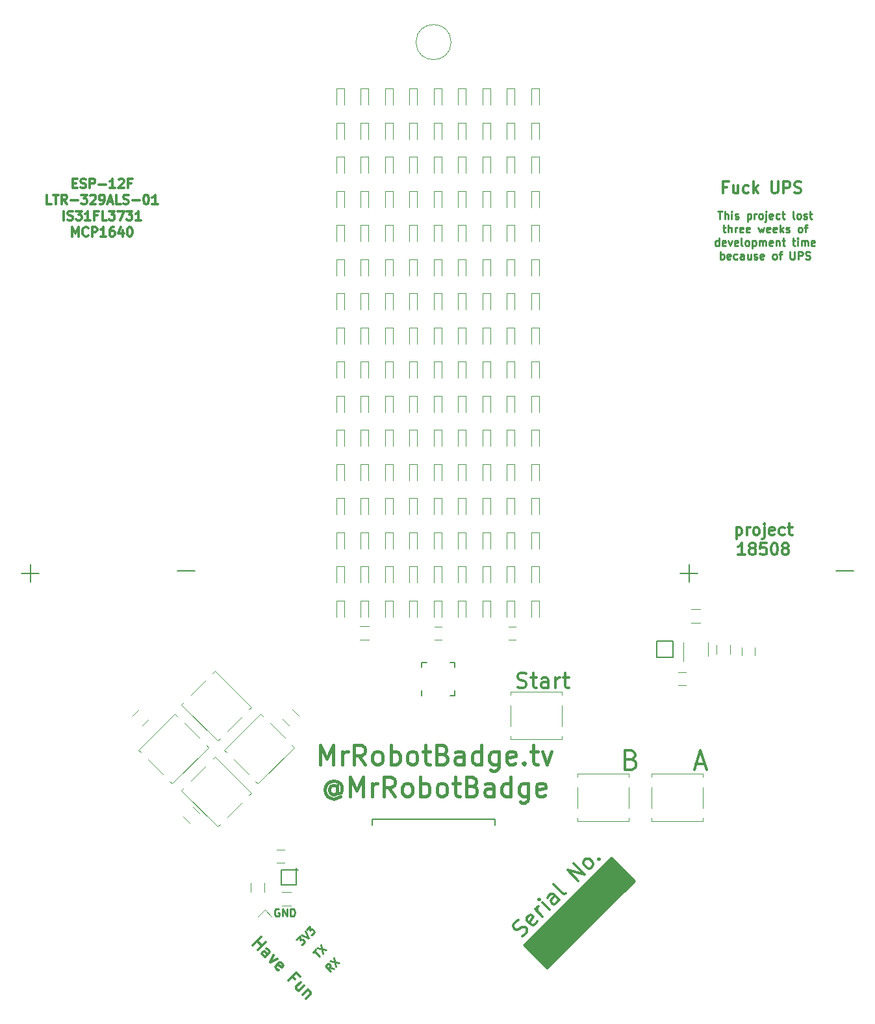
<source format=gto>
G04 #@! TF.FileFunction,Legend,Top*
%FSLAX46Y46*%
G04 Gerber Fmt 4.6, Leading zero omitted, Abs format (unit mm)*
G04 Created by KiCad (PCBNEW 4.0.4-stable) date 05/15/17 11:58:30*
%MOMM*%
%LPD*%
G01*
G04 APERTURE LIST*
%ADD10C,0.100000*%
%ADD11C,0.300000*%
%ADD12C,0.250000*%
%ADD13C,0.400000*%
%ADD14C,0.120000*%
%ADD15C,0.152400*%
%ADD16C,0.150000*%
%ADD17C,0.200000*%
%ADD18C,0.350000*%
%ADD19C,0.254000*%
G04 APERTURE END LIST*
D10*
D11*
X94671657Y-146323183D02*
X94941031Y-146188496D01*
X95277748Y-145851778D01*
X95345092Y-145649748D01*
X95345092Y-145515061D01*
X95277749Y-145313030D01*
X95143061Y-145178343D01*
X94941030Y-145111000D01*
X94806343Y-145111000D01*
X94604313Y-145178343D01*
X94267596Y-145380374D01*
X94065566Y-145447717D01*
X93930878Y-145447718D01*
X93728847Y-145380374D01*
X93594160Y-145245687D01*
X93526817Y-145043657D01*
X93526817Y-144908969D01*
X93594161Y-144706939D01*
X93930878Y-144370221D01*
X94200253Y-144235534D01*
X96624618Y-144370221D02*
X96557275Y-144572252D01*
X96287901Y-144841626D01*
X96085870Y-144908970D01*
X95883840Y-144841626D01*
X95345092Y-144302878D01*
X95277748Y-144100848D01*
X95345092Y-143898817D01*
X95614466Y-143629443D01*
X95816496Y-143562100D01*
X96018527Y-143629443D01*
X96153214Y-143764130D01*
X95614465Y-144572252D01*
X97365397Y-143764130D02*
X96422588Y-142821321D01*
X96691962Y-143090695D02*
X96624619Y-142888664D01*
X96624619Y-142753977D01*
X96691962Y-142551947D01*
X96826649Y-142417260D01*
X98240862Y-142888664D02*
X97298053Y-141945856D01*
X96826649Y-141474451D02*
X96826649Y-141609138D01*
X96961336Y-141609138D01*
X96961336Y-141474450D01*
X96826649Y-141474451D01*
X96961336Y-141609138D01*
X99520389Y-141609138D02*
X98779610Y-140868359D01*
X98577580Y-140801016D01*
X98375550Y-140868359D01*
X98106176Y-141137733D01*
X98038832Y-141339764D01*
X99453045Y-141541794D02*
X99385702Y-141743825D01*
X99048985Y-142080542D01*
X98846954Y-142147886D01*
X98644924Y-142080543D01*
X98510236Y-141945855D01*
X98442893Y-141743825D01*
X98510237Y-141541794D01*
X98846954Y-141205076D01*
X98914297Y-141003046D01*
X100395855Y-140733672D02*
X100193825Y-140801015D01*
X99991794Y-140733672D01*
X98779610Y-139521489D01*
X102012099Y-139117428D02*
X100597885Y-137703214D01*
X102820221Y-138309305D01*
X101406008Y-136895092D01*
X103695687Y-137433840D02*
X103493657Y-137501183D01*
X103358969Y-137501184D01*
X103156939Y-137433841D01*
X102752877Y-137029779D01*
X102685534Y-136827749D01*
X102685535Y-136693061D01*
X102752878Y-136491031D01*
X102954908Y-136289001D01*
X103156939Y-136221657D01*
X103291626Y-136221657D01*
X103493656Y-136289001D01*
X103897717Y-136693062D01*
X103965061Y-136895092D01*
X103965061Y-137029779D01*
X103897717Y-137231810D01*
X103695687Y-137433840D01*
X104638496Y-136221657D02*
X104773183Y-136221657D01*
X104773183Y-136356344D01*
X104638496Y-136356344D01*
X104638496Y-136221657D01*
X104773183Y-136356344D01*
D12*
X120207142Y-51927381D02*
X120778571Y-51927381D01*
X120492856Y-52927381D02*
X120492856Y-51927381D01*
X121111904Y-52927381D02*
X121111904Y-51927381D01*
X121540476Y-52927381D02*
X121540476Y-52403571D01*
X121492857Y-52308333D01*
X121397619Y-52260714D01*
X121254761Y-52260714D01*
X121159523Y-52308333D01*
X121111904Y-52355952D01*
X122016666Y-52927381D02*
X122016666Y-52260714D01*
X122016666Y-51927381D02*
X121969047Y-51975000D01*
X122016666Y-52022619D01*
X122064285Y-51975000D01*
X122016666Y-51927381D01*
X122016666Y-52022619D01*
X122445237Y-52879762D02*
X122540475Y-52927381D01*
X122730951Y-52927381D01*
X122826190Y-52879762D01*
X122873809Y-52784524D01*
X122873809Y-52736905D01*
X122826190Y-52641667D01*
X122730951Y-52594048D01*
X122588094Y-52594048D01*
X122492856Y-52546429D01*
X122445237Y-52451190D01*
X122445237Y-52403571D01*
X122492856Y-52308333D01*
X122588094Y-52260714D01*
X122730951Y-52260714D01*
X122826190Y-52308333D01*
X124064285Y-52260714D02*
X124064285Y-53260714D01*
X124064285Y-52308333D02*
X124159523Y-52260714D01*
X124350000Y-52260714D01*
X124445238Y-52308333D01*
X124492857Y-52355952D01*
X124540476Y-52451190D01*
X124540476Y-52736905D01*
X124492857Y-52832143D01*
X124445238Y-52879762D01*
X124350000Y-52927381D01*
X124159523Y-52927381D01*
X124064285Y-52879762D01*
X124969047Y-52927381D02*
X124969047Y-52260714D01*
X124969047Y-52451190D02*
X125016666Y-52355952D01*
X125064285Y-52308333D01*
X125159523Y-52260714D01*
X125254762Y-52260714D01*
X125730952Y-52927381D02*
X125635714Y-52879762D01*
X125588095Y-52832143D01*
X125540476Y-52736905D01*
X125540476Y-52451190D01*
X125588095Y-52355952D01*
X125635714Y-52308333D01*
X125730952Y-52260714D01*
X125873810Y-52260714D01*
X125969048Y-52308333D01*
X126016667Y-52355952D01*
X126064286Y-52451190D01*
X126064286Y-52736905D01*
X126016667Y-52832143D01*
X125969048Y-52879762D01*
X125873810Y-52927381D01*
X125730952Y-52927381D01*
X126492857Y-52260714D02*
X126492857Y-53117857D01*
X126445238Y-53213095D01*
X126350000Y-53260714D01*
X126302381Y-53260714D01*
X126492857Y-51927381D02*
X126445238Y-51975000D01*
X126492857Y-52022619D01*
X126540476Y-51975000D01*
X126492857Y-51927381D01*
X126492857Y-52022619D01*
X127350000Y-52879762D02*
X127254762Y-52927381D01*
X127064285Y-52927381D01*
X126969047Y-52879762D01*
X126921428Y-52784524D01*
X126921428Y-52403571D01*
X126969047Y-52308333D01*
X127064285Y-52260714D01*
X127254762Y-52260714D01*
X127350000Y-52308333D01*
X127397619Y-52403571D01*
X127397619Y-52498810D01*
X126921428Y-52594048D01*
X128254762Y-52879762D02*
X128159524Y-52927381D01*
X127969047Y-52927381D01*
X127873809Y-52879762D01*
X127826190Y-52832143D01*
X127778571Y-52736905D01*
X127778571Y-52451190D01*
X127826190Y-52355952D01*
X127873809Y-52308333D01*
X127969047Y-52260714D01*
X128159524Y-52260714D01*
X128254762Y-52308333D01*
X128540476Y-52260714D02*
X128921428Y-52260714D01*
X128683333Y-51927381D02*
X128683333Y-52784524D01*
X128730952Y-52879762D01*
X128826190Y-52927381D01*
X128921428Y-52927381D01*
X130159524Y-52927381D02*
X130064286Y-52879762D01*
X130016667Y-52784524D01*
X130016667Y-51927381D01*
X130683334Y-52927381D02*
X130588096Y-52879762D01*
X130540477Y-52832143D01*
X130492858Y-52736905D01*
X130492858Y-52451190D01*
X130540477Y-52355952D01*
X130588096Y-52308333D01*
X130683334Y-52260714D01*
X130826192Y-52260714D01*
X130921430Y-52308333D01*
X130969049Y-52355952D01*
X131016668Y-52451190D01*
X131016668Y-52736905D01*
X130969049Y-52832143D01*
X130921430Y-52879762D01*
X130826192Y-52927381D01*
X130683334Y-52927381D01*
X131397620Y-52879762D02*
X131492858Y-52927381D01*
X131683334Y-52927381D01*
X131778573Y-52879762D01*
X131826192Y-52784524D01*
X131826192Y-52736905D01*
X131778573Y-52641667D01*
X131683334Y-52594048D01*
X131540477Y-52594048D01*
X131445239Y-52546429D01*
X131397620Y-52451190D01*
X131397620Y-52403571D01*
X131445239Y-52308333D01*
X131540477Y-52260714D01*
X131683334Y-52260714D01*
X131778573Y-52308333D01*
X132111906Y-52260714D02*
X132492858Y-52260714D01*
X132254763Y-51927381D02*
X132254763Y-52784524D01*
X132302382Y-52879762D01*
X132397620Y-52927381D01*
X132492858Y-52927381D01*
X120849999Y-54010714D02*
X121230951Y-54010714D01*
X120992856Y-53677381D02*
X120992856Y-54534524D01*
X121040475Y-54629762D01*
X121135713Y-54677381D01*
X121230951Y-54677381D01*
X121564285Y-54677381D02*
X121564285Y-53677381D01*
X121992857Y-54677381D02*
X121992857Y-54153571D01*
X121945238Y-54058333D01*
X121850000Y-54010714D01*
X121707142Y-54010714D01*
X121611904Y-54058333D01*
X121564285Y-54105952D01*
X122469047Y-54677381D02*
X122469047Y-54010714D01*
X122469047Y-54201190D02*
X122516666Y-54105952D01*
X122564285Y-54058333D01*
X122659523Y-54010714D01*
X122754762Y-54010714D01*
X123469048Y-54629762D02*
X123373810Y-54677381D01*
X123183333Y-54677381D01*
X123088095Y-54629762D01*
X123040476Y-54534524D01*
X123040476Y-54153571D01*
X123088095Y-54058333D01*
X123183333Y-54010714D01*
X123373810Y-54010714D01*
X123469048Y-54058333D01*
X123516667Y-54153571D01*
X123516667Y-54248810D01*
X123040476Y-54344048D01*
X124326191Y-54629762D02*
X124230953Y-54677381D01*
X124040476Y-54677381D01*
X123945238Y-54629762D01*
X123897619Y-54534524D01*
X123897619Y-54153571D01*
X123945238Y-54058333D01*
X124040476Y-54010714D01*
X124230953Y-54010714D01*
X124326191Y-54058333D01*
X124373810Y-54153571D01*
X124373810Y-54248810D01*
X123897619Y-54344048D01*
X125469048Y-54010714D02*
X125659524Y-54677381D01*
X125850001Y-54201190D01*
X126040477Y-54677381D01*
X126230953Y-54010714D01*
X126992858Y-54629762D02*
X126897620Y-54677381D01*
X126707143Y-54677381D01*
X126611905Y-54629762D01*
X126564286Y-54534524D01*
X126564286Y-54153571D01*
X126611905Y-54058333D01*
X126707143Y-54010714D01*
X126897620Y-54010714D01*
X126992858Y-54058333D01*
X127040477Y-54153571D01*
X127040477Y-54248810D01*
X126564286Y-54344048D01*
X127850001Y-54629762D02*
X127754763Y-54677381D01*
X127564286Y-54677381D01*
X127469048Y-54629762D01*
X127421429Y-54534524D01*
X127421429Y-54153571D01*
X127469048Y-54058333D01*
X127564286Y-54010714D01*
X127754763Y-54010714D01*
X127850001Y-54058333D01*
X127897620Y-54153571D01*
X127897620Y-54248810D01*
X127421429Y-54344048D01*
X128326191Y-54677381D02*
X128326191Y-53677381D01*
X128421429Y-54296429D02*
X128707144Y-54677381D01*
X128707144Y-54010714D02*
X128326191Y-54391667D01*
X129088096Y-54629762D02*
X129183334Y-54677381D01*
X129373810Y-54677381D01*
X129469049Y-54629762D01*
X129516668Y-54534524D01*
X129516668Y-54486905D01*
X129469049Y-54391667D01*
X129373810Y-54344048D01*
X129230953Y-54344048D01*
X129135715Y-54296429D01*
X129088096Y-54201190D01*
X129088096Y-54153571D01*
X129135715Y-54058333D01*
X129230953Y-54010714D01*
X129373810Y-54010714D01*
X129469049Y-54058333D01*
X130850001Y-54677381D02*
X130754763Y-54629762D01*
X130707144Y-54582143D01*
X130659525Y-54486905D01*
X130659525Y-54201190D01*
X130707144Y-54105952D01*
X130754763Y-54058333D01*
X130850001Y-54010714D01*
X130992859Y-54010714D01*
X131088097Y-54058333D01*
X131135716Y-54105952D01*
X131183335Y-54201190D01*
X131183335Y-54486905D01*
X131135716Y-54582143D01*
X131088097Y-54629762D01*
X130992859Y-54677381D01*
X130850001Y-54677381D01*
X131469049Y-54010714D02*
X131850001Y-54010714D01*
X131611906Y-54677381D02*
X131611906Y-53820238D01*
X131659525Y-53725000D01*
X131754763Y-53677381D01*
X131850001Y-53677381D01*
X120326190Y-56427381D02*
X120326190Y-55427381D01*
X120326190Y-56379762D02*
X120230952Y-56427381D01*
X120040475Y-56427381D01*
X119945237Y-56379762D01*
X119897618Y-56332143D01*
X119849999Y-56236905D01*
X119849999Y-55951190D01*
X119897618Y-55855952D01*
X119945237Y-55808333D01*
X120040475Y-55760714D01*
X120230952Y-55760714D01*
X120326190Y-55808333D01*
X121183333Y-56379762D02*
X121088095Y-56427381D01*
X120897618Y-56427381D01*
X120802380Y-56379762D01*
X120754761Y-56284524D01*
X120754761Y-55903571D01*
X120802380Y-55808333D01*
X120897618Y-55760714D01*
X121088095Y-55760714D01*
X121183333Y-55808333D01*
X121230952Y-55903571D01*
X121230952Y-55998810D01*
X120754761Y-56094048D01*
X121564285Y-55760714D02*
X121802380Y-56427381D01*
X122040476Y-55760714D01*
X122802381Y-56379762D02*
X122707143Y-56427381D01*
X122516666Y-56427381D01*
X122421428Y-56379762D01*
X122373809Y-56284524D01*
X122373809Y-55903571D01*
X122421428Y-55808333D01*
X122516666Y-55760714D01*
X122707143Y-55760714D01*
X122802381Y-55808333D01*
X122850000Y-55903571D01*
X122850000Y-55998810D01*
X122373809Y-56094048D01*
X123421428Y-56427381D02*
X123326190Y-56379762D01*
X123278571Y-56284524D01*
X123278571Y-55427381D01*
X123945238Y-56427381D02*
X123850000Y-56379762D01*
X123802381Y-56332143D01*
X123754762Y-56236905D01*
X123754762Y-55951190D01*
X123802381Y-55855952D01*
X123850000Y-55808333D01*
X123945238Y-55760714D01*
X124088096Y-55760714D01*
X124183334Y-55808333D01*
X124230953Y-55855952D01*
X124278572Y-55951190D01*
X124278572Y-56236905D01*
X124230953Y-56332143D01*
X124183334Y-56379762D01*
X124088096Y-56427381D01*
X123945238Y-56427381D01*
X124707143Y-55760714D02*
X124707143Y-56760714D01*
X124707143Y-55808333D02*
X124802381Y-55760714D01*
X124992858Y-55760714D01*
X125088096Y-55808333D01*
X125135715Y-55855952D01*
X125183334Y-55951190D01*
X125183334Y-56236905D01*
X125135715Y-56332143D01*
X125088096Y-56379762D01*
X124992858Y-56427381D01*
X124802381Y-56427381D01*
X124707143Y-56379762D01*
X125611905Y-56427381D02*
X125611905Y-55760714D01*
X125611905Y-55855952D02*
X125659524Y-55808333D01*
X125754762Y-55760714D01*
X125897620Y-55760714D01*
X125992858Y-55808333D01*
X126040477Y-55903571D01*
X126040477Y-56427381D01*
X126040477Y-55903571D02*
X126088096Y-55808333D01*
X126183334Y-55760714D01*
X126326191Y-55760714D01*
X126421429Y-55808333D01*
X126469048Y-55903571D01*
X126469048Y-56427381D01*
X127326191Y-56379762D02*
X127230953Y-56427381D01*
X127040476Y-56427381D01*
X126945238Y-56379762D01*
X126897619Y-56284524D01*
X126897619Y-55903571D01*
X126945238Y-55808333D01*
X127040476Y-55760714D01*
X127230953Y-55760714D01*
X127326191Y-55808333D01*
X127373810Y-55903571D01*
X127373810Y-55998810D01*
X126897619Y-56094048D01*
X127802381Y-55760714D02*
X127802381Y-56427381D01*
X127802381Y-55855952D02*
X127850000Y-55808333D01*
X127945238Y-55760714D01*
X128088096Y-55760714D01*
X128183334Y-55808333D01*
X128230953Y-55903571D01*
X128230953Y-56427381D01*
X128564286Y-55760714D02*
X128945238Y-55760714D01*
X128707143Y-55427381D02*
X128707143Y-56284524D01*
X128754762Y-56379762D01*
X128850000Y-56427381D01*
X128945238Y-56427381D01*
X129897620Y-55760714D02*
X130278572Y-55760714D01*
X130040477Y-55427381D02*
X130040477Y-56284524D01*
X130088096Y-56379762D01*
X130183334Y-56427381D01*
X130278572Y-56427381D01*
X130611906Y-56427381D02*
X130611906Y-55760714D01*
X130611906Y-55427381D02*
X130564287Y-55475000D01*
X130611906Y-55522619D01*
X130659525Y-55475000D01*
X130611906Y-55427381D01*
X130611906Y-55522619D01*
X131088096Y-56427381D02*
X131088096Y-55760714D01*
X131088096Y-55855952D02*
X131135715Y-55808333D01*
X131230953Y-55760714D01*
X131373811Y-55760714D01*
X131469049Y-55808333D01*
X131516668Y-55903571D01*
X131516668Y-56427381D01*
X131516668Y-55903571D02*
X131564287Y-55808333D01*
X131659525Y-55760714D01*
X131802382Y-55760714D01*
X131897620Y-55808333D01*
X131945239Y-55903571D01*
X131945239Y-56427381D01*
X132802382Y-56379762D02*
X132707144Y-56427381D01*
X132516667Y-56427381D01*
X132421429Y-56379762D01*
X132373810Y-56284524D01*
X132373810Y-55903571D01*
X132421429Y-55808333D01*
X132516667Y-55760714D01*
X132707144Y-55760714D01*
X132802382Y-55808333D01*
X132850001Y-55903571D01*
X132850001Y-55998810D01*
X132373810Y-56094048D01*
X120540475Y-58177381D02*
X120540475Y-57177381D01*
X120540475Y-57558333D02*
X120635713Y-57510714D01*
X120826190Y-57510714D01*
X120921428Y-57558333D01*
X120969047Y-57605952D01*
X121016666Y-57701190D01*
X121016666Y-57986905D01*
X120969047Y-58082143D01*
X120921428Y-58129762D01*
X120826190Y-58177381D01*
X120635713Y-58177381D01*
X120540475Y-58129762D01*
X121826190Y-58129762D02*
X121730952Y-58177381D01*
X121540475Y-58177381D01*
X121445237Y-58129762D01*
X121397618Y-58034524D01*
X121397618Y-57653571D01*
X121445237Y-57558333D01*
X121540475Y-57510714D01*
X121730952Y-57510714D01*
X121826190Y-57558333D01*
X121873809Y-57653571D01*
X121873809Y-57748810D01*
X121397618Y-57844048D01*
X122730952Y-58129762D02*
X122635714Y-58177381D01*
X122445237Y-58177381D01*
X122349999Y-58129762D01*
X122302380Y-58082143D01*
X122254761Y-57986905D01*
X122254761Y-57701190D01*
X122302380Y-57605952D01*
X122349999Y-57558333D01*
X122445237Y-57510714D01*
X122635714Y-57510714D01*
X122730952Y-57558333D01*
X123588095Y-58177381D02*
X123588095Y-57653571D01*
X123540476Y-57558333D01*
X123445238Y-57510714D01*
X123254761Y-57510714D01*
X123159523Y-57558333D01*
X123588095Y-58129762D02*
X123492857Y-58177381D01*
X123254761Y-58177381D01*
X123159523Y-58129762D01*
X123111904Y-58034524D01*
X123111904Y-57939286D01*
X123159523Y-57844048D01*
X123254761Y-57796429D01*
X123492857Y-57796429D01*
X123588095Y-57748810D01*
X124492857Y-57510714D02*
X124492857Y-58177381D01*
X124064285Y-57510714D02*
X124064285Y-58034524D01*
X124111904Y-58129762D01*
X124207142Y-58177381D01*
X124350000Y-58177381D01*
X124445238Y-58129762D01*
X124492857Y-58082143D01*
X124921428Y-58129762D02*
X125016666Y-58177381D01*
X125207142Y-58177381D01*
X125302381Y-58129762D01*
X125350000Y-58034524D01*
X125350000Y-57986905D01*
X125302381Y-57891667D01*
X125207142Y-57844048D01*
X125064285Y-57844048D01*
X124969047Y-57796429D01*
X124921428Y-57701190D01*
X124921428Y-57653571D01*
X124969047Y-57558333D01*
X125064285Y-57510714D01*
X125207142Y-57510714D01*
X125302381Y-57558333D01*
X126159524Y-58129762D02*
X126064286Y-58177381D01*
X125873809Y-58177381D01*
X125778571Y-58129762D01*
X125730952Y-58034524D01*
X125730952Y-57653571D01*
X125778571Y-57558333D01*
X125873809Y-57510714D01*
X126064286Y-57510714D01*
X126159524Y-57558333D01*
X126207143Y-57653571D01*
X126207143Y-57748810D01*
X125730952Y-57844048D01*
X127540476Y-58177381D02*
X127445238Y-58129762D01*
X127397619Y-58082143D01*
X127350000Y-57986905D01*
X127350000Y-57701190D01*
X127397619Y-57605952D01*
X127445238Y-57558333D01*
X127540476Y-57510714D01*
X127683334Y-57510714D01*
X127778572Y-57558333D01*
X127826191Y-57605952D01*
X127873810Y-57701190D01*
X127873810Y-57986905D01*
X127826191Y-58082143D01*
X127778572Y-58129762D01*
X127683334Y-58177381D01*
X127540476Y-58177381D01*
X128159524Y-57510714D02*
X128540476Y-57510714D01*
X128302381Y-58177381D02*
X128302381Y-57320238D01*
X128350000Y-57225000D01*
X128445238Y-57177381D01*
X128540476Y-57177381D01*
X129635715Y-57177381D02*
X129635715Y-57986905D01*
X129683334Y-58082143D01*
X129730953Y-58129762D01*
X129826191Y-58177381D01*
X130016668Y-58177381D01*
X130111906Y-58129762D01*
X130159525Y-58082143D01*
X130207144Y-57986905D01*
X130207144Y-57177381D01*
X130683334Y-58177381D02*
X130683334Y-57177381D01*
X131064287Y-57177381D01*
X131159525Y-57225000D01*
X131207144Y-57272619D01*
X131254763Y-57367857D01*
X131254763Y-57510714D01*
X131207144Y-57605952D01*
X131159525Y-57653571D01*
X131064287Y-57701190D01*
X130683334Y-57701190D01*
X131635715Y-58129762D02*
X131778572Y-58177381D01*
X132016668Y-58177381D01*
X132111906Y-58129762D01*
X132159525Y-58082143D01*
X132207144Y-57986905D01*
X132207144Y-57891667D01*
X132159525Y-57796429D01*
X132111906Y-57748810D01*
X132016668Y-57701190D01*
X131826191Y-57653571D01*
X131730953Y-57605952D01*
X131683334Y-57558333D01*
X131635715Y-57463095D01*
X131635715Y-57367857D01*
X131683334Y-57272619D01*
X131730953Y-57225000D01*
X131826191Y-57177381D01*
X132064287Y-57177381D01*
X132207144Y-57225000D01*
D11*
X121414286Y-48792857D02*
X120914286Y-48792857D01*
X120914286Y-49578571D02*
X120914286Y-48078571D01*
X121628572Y-48078571D01*
X122842857Y-48578571D02*
X122842857Y-49578571D01*
X122200000Y-48578571D02*
X122200000Y-49364286D01*
X122271428Y-49507143D01*
X122414286Y-49578571D01*
X122628571Y-49578571D01*
X122771428Y-49507143D01*
X122842857Y-49435714D01*
X124200000Y-49507143D02*
X124057143Y-49578571D01*
X123771429Y-49578571D01*
X123628571Y-49507143D01*
X123557143Y-49435714D01*
X123485714Y-49292857D01*
X123485714Y-48864286D01*
X123557143Y-48721429D01*
X123628571Y-48650000D01*
X123771429Y-48578571D01*
X124057143Y-48578571D01*
X124200000Y-48650000D01*
X124842857Y-49578571D02*
X124842857Y-48078571D01*
X124985714Y-49007143D02*
X125414285Y-49578571D01*
X125414285Y-48578571D02*
X124842857Y-49150000D01*
X127200000Y-48078571D02*
X127200000Y-49292857D01*
X127271428Y-49435714D01*
X127342857Y-49507143D01*
X127485714Y-49578571D01*
X127771428Y-49578571D01*
X127914286Y-49507143D01*
X127985714Y-49435714D01*
X128057143Y-49292857D01*
X128057143Y-48078571D01*
X128771429Y-49578571D02*
X128771429Y-48078571D01*
X129342857Y-48078571D01*
X129485715Y-48150000D01*
X129557143Y-48221429D01*
X129628572Y-48364286D01*
X129628572Y-48578571D01*
X129557143Y-48721429D01*
X129485715Y-48792857D01*
X129342857Y-48864286D01*
X128771429Y-48864286D01*
X130200000Y-49507143D02*
X130414286Y-49578571D01*
X130771429Y-49578571D01*
X130914286Y-49507143D01*
X130985715Y-49435714D01*
X131057143Y-49292857D01*
X131057143Y-49150000D01*
X130985715Y-49007143D01*
X130914286Y-48935714D01*
X130771429Y-48864286D01*
X130485715Y-48792857D01*
X130342857Y-48721429D01*
X130271429Y-48650000D01*
X130200000Y-48507143D01*
X130200000Y-48364286D01*
X130271429Y-48221429D01*
X130342857Y-48150000D01*
X130485715Y-48078571D01*
X130842857Y-48078571D01*
X131057143Y-48150000D01*
X36121429Y-48264286D02*
X36521429Y-48264286D01*
X36692858Y-48892857D02*
X36121429Y-48892857D01*
X36121429Y-47692857D01*
X36692858Y-47692857D01*
X37150000Y-48835714D02*
X37321429Y-48892857D01*
X37607143Y-48892857D01*
X37721429Y-48835714D01*
X37778572Y-48778571D01*
X37835715Y-48664286D01*
X37835715Y-48550000D01*
X37778572Y-48435714D01*
X37721429Y-48378571D01*
X37607143Y-48321429D01*
X37378572Y-48264286D01*
X37264286Y-48207143D01*
X37207143Y-48150000D01*
X37150000Y-48035714D01*
X37150000Y-47921429D01*
X37207143Y-47807143D01*
X37264286Y-47750000D01*
X37378572Y-47692857D01*
X37664286Y-47692857D01*
X37835715Y-47750000D01*
X38350000Y-48892857D02*
X38350000Y-47692857D01*
X38807143Y-47692857D01*
X38921429Y-47750000D01*
X38978572Y-47807143D01*
X39035715Y-47921429D01*
X39035715Y-48092857D01*
X38978572Y-48207143D01*
X38921429Y-48264286D01*
X38807143Y-48321429D01*
X38350000Y-48321429D01*
X39550000Y-48435714D02*
X40464286Y-48435714D01*
X41664286Y-48892857D02*
X40978571Y-48892857D01*
X41321429Y-48892857D02*
X41321429Y-47692857D01*
X41207143Y-47864286D01*
X41092857Y-47978571D01*
X40978571Y-48035714D01*
X42121428Y-47807143D02*
X42178571Y-47750000D01*
X42292857Y-47692857D01*
X42578571Y-47692857D01*
X42692857Y-47750000D01*
X42750000Y-47807143D01*
X42807143Y-47921429D01*
X42807143Y-48035714D01*
X42750000Y-48207143D01*
X42064286Y-48892857D01*
X42807143Y-48892857D01*
X43721428Y-48264286D02*
X43321428Y-48264286D01*
X43321428Y-48892857D02*
X43321428Y-47692857D01*
X43892857Y-47692857D01*
X33350001Y-50992857D02*
X32778572Y-50992857D01*
X32778572Y-49792857D01*
X33578573Y-49792857D02*
X34264287Y-49792857D01*
X33921430Y-50992857D02*
X33921430Y-49792857D01*
X35350002Y-50992857D02*
X34950002Y-50421429D01*
X34664287Y-50992857D02*
X34664287Y-49792857D01*
X35121430Y-49792857D01*
X35235716Y-49850000D01*
X35292859Y-49907143D01*
X35350002Y-50021429D01*
X35350002Y-50192857D01*
X35292859Y-50307143D01*
X35235716Y-50364286D01*
X35121430Y-50421429D01*
X34664287Y-50421429D01*
X35864287Y-50535714D02*
X36778573Y-50535714D01*
X37235716Y-49792857D02*
X37978573Y-49792857D01*
X37578573Y-50250000D01*
X37750001Y-50250000D01*
X37864287Y-50307143D01*
X37921430Y-50364286D01*
X37978573Y-50478571D01*
X37978573Y-50764286D01*
X37921430Y-50878571D01*
X37864287Y-50935714D01*
X37750001Y-50992857D01*
X37407144Y-50992857D01*
X37292858Y-50935714D01*
X37235716Y-50878571D01*
X38435715Y-49907143D02*
X38492858Y-49850000D01*
X38607144Y-49792857D01*
X38892858Y-49792857D01*
X39007144Y-49850000D01*
X39064287Y-49907143D01*
X39121430Y-50021429D01*
X39121430Y-50135714D01*
X39064287Y-50307143D01*
X38378573Y-50992857D01*
X39121430Y-50992857D01*
X39692858Y-50992857D02*
X39921430Y-50992857D01*
X40035715Y-50935714D01*
X40092858Y-50878571D01*
X40207144Y-50707143D01*
X40264287Y-50478571D01*
X40264287Y-50021429D01*
X40207144Y-49907143D01*
X40150001Y-49850000D01*
X40035715Y-49792857D01*
X39807144Y-49792857D01*
X39692858Y-49850000D01*
X39635715Y-49907143D01*
X39578572Y-50021429D01*
X39578572Y-50307143D01*
X39635715Y-50421429D01*
X39692858Y-50478571D01*
X39807144Y-50535714D01*
X40035715Y-50535714D01*
X40150001Y-50478571D01*
X40207144Y-50421429D01*
X40264287Y-50307143D01*
X40721429Y-50650000D02*
X41292858Y-50650000D01*
X40607144Y-50992857D02*
X41007144Y-49792857D01*
X41407144Y-50992857D01*
X42378572Y-50992857D02*
X41807143Y-50992857D01*
X41807143Y-49792857D01*
X42721429Y-50935714D02*
X42892858Y-50992857D01*
X43178572Y-50992857D01*
X43292858Y-50935714D01*
X43350001Y-50878571D01*
X43407144Y-50764286D01*
X43407144Y-50650000D01*
X43350001Y-50535714D01*
X43292858Y-50478571D01*
X43178572Y-50421429D01*
X42950001Y-50364286D01*
X42835715Y-50307143D01*
X42778572Y-50250000D01*
X42721429Y-50135714D01*
X42721429Y-50021429D01*
X42778572Y-49907143D01*
X42835715Y-49850000D01*
X42950001Y-49792857D01*
X43235715Y-49792857D01*
X43407144Y-49850000D01*
X43921429Y-50535714D02*
X44835715Y-50535714D01*
X45635715Y-49792857D02*
X45750000Y-49792857D01*
X45864286Y-49850000D01*
X45921429Y-49907143D01*
X45978572Y-50021429D01*
X46035715Y-50250000D01*
X46035715Y-50535714D01*
X45978572Y-50764286D01*
X45921429Y-50878571D01*
X45864286Y-50935714D01*
X45750000Y-50992857D01*
X45635715Y-50992857D01*
X45521429Y-50935714D01*
X45464286Y-50878571D01*
X45407143Y-50764286D01*
X45350000Y-50535714D01*
X45350000Y-50250000D01*
X45407143Y-50021429D01*
X45464286Y-49907143D01*
X45521429Y-49850000D01*
X45635715Y-49792857D01*
X47178572Y-50992857D02*
X46492857Y-50992857D01*
X46835715Y-50992857D02*
X46835715Y-49792857D01*
X46721429Y-49964286D01*
X46607143Y-50078571D01*
X46492857Y-50135714D01*
X34950000Y-53092857D02*
X34950000Y-51892857D01*
X35464286Y-53035714D02*
X35635715Y-53092857D01*
X35921429Y-53092857D01*
X36035715Y-53035714D01*
X36092858Y-52978571D01*
X36150001Y-52864286D01*
X36150001Y-52750000D01*
X36092858Y-52635714D01*
X36035715Y-52578571D01*
X35921429Y-52521429D01*
X35692858Y-52464286D01*
X35578572Y-52407143D01*
X35521429Y-52350000D01*
X35464286Y-52235714D01*
X35464286Y-52121429D01*
X35521429Y-52007143D01*
X35578572Y-51950000D01*
X35692858Y-51892857D01*
X35978572Y-51892857D01*
X36150001Y-51950000D01*
X36550001Y-51892857D02*
X37292858Y-51892857D01*
X36892858Y-52350000D01*
X37064286Y-52350000D01*
X37178572Y-52407143D01*
X37235715Y-52464286D01*
X37292858Y-52578571D01*
X37292858Y-52864286D01*
X37235715Y-52978571D01*
X37178572Y-53035714D01*
X37064286Y-53092857D01*
X36721429Y-53092857D01*
X36607143Y-53035714D01*
X36550001Y-52978571D01*
X38435715Y-53092857D02*
X37750000Y-53092857D01*
X38092858Y-53092857D02*
X38092858Y-51892857D01*
X37978572Y-52064286D01*
X37864286Y-52178571D01*
X37750000Y-52235714D01*
X39350000Y-52464286D02*
X38950000Y-52464286D01*
X38950000Y-53092857D02*
X38950000Y-51892857D01*
X39521429Y-51892857D01*
X40550000Y-53092857D02*
X39978571Y-53092857D01*
X39978571Y-51892857D01*
X40835715Y-51892857D02*
X41578572Y-51892857D01*
X41178572Y-52350000D01*
X41350000Y-52350000D01*
X41464286Y-52407143D01*
X41521429Y-52464286D01*
X41578572Y-52578571D01*
X41578572Y-52864286D01*
X41521429Y-52978571D01*
X41464286Y-53035714D01*
X41350000Y-53092857D01*
X41007143Y-53092857D01*
X40892857Y-53035714D01*
X40835715Y-52978571D01*
X41978572Y-51892857D02*
X42778572Y-51892857D01*
X42264286Y-53092857D01*
X43121429Y-51892857D02*
X43864286Y-51892857D01*
X43464286Y-52350000D01*
X43635714Y-52350000D01*
X43750000Y-52407143D01*
X43807143Y-52464286D01*
X43864286Y-52578571D01*
X43864286Y-52864286D01*
X43807143Y-52978571D01*
X43750000Y-53035714D01*
X43635714Y-53092857D01*
X43292857Y-53092857D01*
X43178571Y-53035714D01*
X43121429Y-52978571D01*
X45007143Y-53092857D02*
X44321428Y-53092857D01*
X44664286Y-53092857D02*
X44664286Y-51892857D01*
X44550000Y-52064286D01*
X44435714Y-52178571D01*
X44321428Y-52235714D01*
X36064286Y-55192857D02*
X36064286Y-53992857D01*
X36464286Y-54850000D01*
X36864286Y-53992857D01*
X36864286Y-55192857D01*
X38121430Y-55078571D02*
X38064287Y-55135714D01*
X37892858Y-55192857D01*
X37778572Y-55192857D01*
X37607144Y-55135714D01*
X37492858Y-55021429D01*
X37435715Y-54907143D01*
X37378572Y-54678571D01*
X37378572Y-54507143D01*
X37435715Y-54278571D01*
X37492858Y-54164286D01*
X37607144Y-54050000D01*
X37778572Y-53992857D01*
X37892858Y-53992857D01*
X38064287Y-54050000D01*
X38121430Y-54107143D01*
X38635715Y-55192857D02*
X38635715Y-53992857D01*
X39092858Y-53992857D01*
X39207144Y-54050000D01*
X39264287Y-54107143D01*
X39321430Y-54221429D01*
X39321430Y-54392857D01*
X39264287Y-54507143D01*
X39207144Y-54564286D01*
X39092858Y-54621429D01*
X38635715Y-54621429D01*
X40464287Y-55192857D02*
X39778572Y-55192857D01*
X40121430Y-55192857D02*
X40121430Y-53992857D01*
X40007144Y-54164286D01*
X39892858Y-54278571D01*
X39778572Y-54335714D01*
X41492858Y-53992857D02*
X41264287Y-53992857D01*
X41150001Y-54050000D01*
X41092858Y-54107143D01*
X40978572Y-54278571D01*
X40921429Y-54507143D01*
X40921429Y-54964286D01*
X40978572Y-55078571D01*
X41035715Y-55135714D01*
X41150001Y-55192857D01*
X41378572Y-55192857D01*
X41492858Y-55135714D01*
X41550001Y-55078571D01*
X41607144Y-54964286D01*
X41607144Y-54678571D01*
X41550001Y-54564286D01*
X41492858Y-54507143D01*
X41378572Y-54450000D01*
X41150001Y-54450000D01*
X41035715Y-54507143D01*
X40978572Y-54564286D01*
X40921429Y-54678571D01*
X42635715Y-54392857D02*
X42635715Y-55192857D01*
X42350001Y-53935714D02*
X42064286Y-54792857D01*
X42807144Y-54792857D01*
X43492858Y-53992857D02*
X43607143Y-53992857D01*
X43721429Y-54050000D01*
X43778572Y-54107143D01*
X43835715Y-54221429D01*
X43892858Y-54450000D01*
X43892858Y-54735714D01*
X43835715Y-54964286D01*
X43778572Y-55078571D01*
X43721429Y-55135714D01*
X43607143Y-55192857D01*
X43492858Y-55192857D01*
X43378572Y-55135714D01*
X43321429Y-55078571D01*
X43264286Y-54964286D01*
X43207143Y-54735714D01*
X43207143Y-54450000D01*
X43264286Y-54221429D01*
X43321429Y-54107143D01*
X43378572Y-54050000D01*
X43492858Y-53992857D01*
X59610405Y-147520050D02*
X60671066Y-146459390D01*
X60165989Y-146964466D02*
X60772081Y-147570558D01*
X60216497Y-148126141D02*
X61277157Y-147065481D01*
X61176142Y-149085786D02*
X61731726Y-148530203D01*
X61782233Y-148378680D01*
X61731726Y-148227157D01*
X61529696Y-148025126D01*
X61378172Y-147974619D01*
X61226649Y-149035279D02*
X61075127Y-148984771D01*
X60822589Y-148732233D01*
X60772081Y-148580711D01*
X60822588Y-148429188D01*
X60923603Y-148328172D01*
X61075127Y-148277665D01*
X61226649Y-148328172D01*
X61479188Y-148580711D01*
X61630711Y-148631218D01*
X62287310Y-148782741D02*
X61832742Y-149742386D01*
X62792386Y-149287817D01*
X62943908Y-150752538D02*
X62792386Y-150702030D01*
X62590356Y-150500000D01*
X62539848Y-150348478D01*
X62590355Y-150196955D01*
X62994416Y-149792893D01*
X63145939Y-149742386D01*
X63297462Y-149792893D01*
X63499493Y-149994924D01*
X63550000Y-150146447D01*
X63499493Y-150297970D01*
X63398478Y-150398985D01*
X62792386Y-149994924D01*
X65115737Y-151914214D02*
X64762183Y-151560660D01*
X64206600Y-152116244D02*
X65267260Y-151055584D01*
X65772336Y-151560660D01*
X66277412Y-152772843D02*
X65570305Y-153479950D01*
X65822843Y-152318274D02*
X65267259Y-152873859D01*
X65216751Y-153025381D01*
X65267260Y-153176904D01*
X65418782Y-153328426D01*
X65570304Y-153378934D01*
X65671320Y-153378934D01*
X66782488Y-153277919D02*
X66075382Y-153985026D01*
X66681473Y-153378935D02*
X66782488Y-153378934D01*
X66934012Y-153429442D01*
X67085534Y-153580965D01*
X67136041Y-153732488D01*
X67085534Y-153884011D01*
X66529950Y-154439595D01*
X122614286Y-93103571D02*
X122614286Y-94603571D01*
X122614286Y-93175000D02*
X122757143Y-93103571D01*
X123042857Y-93103571D01*
X123185714Y-93175000D01*
X123257143Y-93246429D01*
X123328572Y-93389286D01*
X123328572Y-93817857D01*
X123257143Y-93960714D01*
X123185714Y-94032143D01*
X123042857Y-94103571D01*
X122757143Y-94103571D01*
X122614286Y-94032143D01*
X123971429Y-94103571D02*
X123971429Y-93103571D01*
X123971429Y-93389286D02*
X124042857Y-93246429D01*
X124114286Y-93175000D01*
X124257143Y-93103571D01*
X124400000Y-93103571D01*
X125114286Y-94103571D02*
X124971428Y-94032143D01*
X124900000Y-93960714D01*
X124828571Y-93817857D01*
X124828571Y-93389286D01*
X124900000Y-93246429D01*
X124971428Y-93175000D01*
X125114286Y-93103571D01*
X125328571Y-93103571D01*
X125471428Y-93175000D01*
X125542857Y-93246429D01*
X125614286Y-93389286D01*
X125614286Y-93817857D01*
X125542857Y-93960714D01*
X125471428Y-94032143D01*
X125328571Y-94103571D01*
X125114286Y-94103571D01*
X126257143Y-93103571D02*
X126257143Y-94389286D01*
X126185714Y-94532143D01*
X126042857Y-94603571D01*
X125971429Y-94603571D01*
X126257143Y-92603571D02*
X126185714Y-92675000D01*
X126257143Y-92746429D01*
X126328571Y-92675000D01*
X126257143Y-92603571D01*
X126257143Y-92746429D01*
X127542857Y-94032143D02*
X127400000Y-94103571D01*
X127114286Y-94103571D01*
X126971429Y-94032143D01*
X126900000Y-93889286D01*
X126900000Y-93317857D01*
X126971429Y-93175000D01*
X127114286Y-93103571D01*
X127400000Y-93103571D01*
X127542857Y-93175000D01*
X127614286Y-93317857D01*
X127614286Y-93460714D01*
X126900000Y-93603571D01*
X128900000Y-94032143D02*
X128757143Y-94103571D01*
X128471429Y-94103571D01*
X128328571Y-94032143D01*
X128257143Y-93960714D01*
X128185714Y-93817857D01*
X128185714Y-93389286D01*
X128257143Y-93246429D01*
X128328571Y-93175000D01*
X128471429Y-93103571D01*
X128757143Y-93103571D01*
X128900000Y-93175000D01*
X129328571Y-93103571D02*
X129900000Y-93103571D01*
X129542857Y-92603571D02*
X129542857Y-93889286D01*
X129614285Y-94032143D01*
X129757143Y-94103571D01*
X129900000Y-94103571D01*
X123721430Y-96653571D02*
X122864287Y-96653571D01*
X123292859Y-96653571D02*
X123292859Y-95153571D01*
X123150002Y-95367857D01*
X123007144Y-95510714D01*
X122864287Y-95582143D01*
X124578573Y-95796429D02*
X124435715Y-95725000D01*
X124364287Y-95653571D01*
X124292858Y-95510714D01*
X124292858Y-95439286D01*
X124364287Y-95296429D01*
X124435715Y-95225000D01*
X124578573Y-95153571D01*
X124864287Y-95153571D01*
X125007144Y-95225000D01*
X125078573Y-95296429D01*
X125150001Y-95439286D01*
X125150001Y-95510714D01*
X125078573Y-95653571D01*
X125007144Y-95725000D01*
X124864287Y-95796429D01*
X124578573Y-95796429D01*
X124435715Y-95867857D01*
X124364287Y-95939286D01*
X124292858Y-96082143D01*
X124292858Y-96367857D01*
X124364287Y-96510714D01*
X124435715Y-96582143D01*
X124578573Y-96653571D01*
X124864287Y-96653571D01*
X125007144Y-96582143D01*
X125078573Y-96510714D01*
X125150001Y-96367857D01*
X125150001Y-96082143D01*
X125078573Y-95939286D01*
X125007144Y-95867857D01*
X124864287Y-95796429D01*
X126507144Y-95153571D02*
X125792858Y-95153571D01*
X125721429Y-95867857D01*
X125792858Y-95796429D01*
X125935715Y-95725000D01*
X126292858Y-95725000D01*
X126435715Y-95796429D01*
X126507144Y-95867857D01*
X126578572Y-96010714D01*
X126578572Y-96367857D01*
X126507144Y-96510714D01*
X126435715Y-96582143D01*
X126292858Y-96653571D01*
X125935715Y-96653571D01*
X125792858Y-96582143D01*
X125721429Y-96510714D01*
X127507143Y-95153571D02*
X127650000Y-95153571D01*
X127792857Y-95225000D01*
X127864286Y-95296429D01*
X127935715Y-95439286D01*
X128007143Y-95725000D01*
X128007143Y-96082143D01*
X127935715Y-96367857D01*
X127864286Y-96510714D01*
X127792857Y-96582143D01*
X127650000Y-96653571D01*
X127507143Y-96653571D01*
X127364286Y-96582143D01*
X127292857Y-96510714D01*
X127221429Y-96367857D01*
X127150000Y-96082143D01*
X127150000Y-95725000D01*
X127221429Y-95439286D01*
X127292857Y-95296429D01*
X127364286Y-95225000D01*
X127507143Y-95153571D01*
X128864286Y-95796429D02*
X128721428Y-95725000D01*
X128650000Y-95653571D01*
X128578571Y-95510714D01*
X128578571Y-95439286D01*
X128650000Y-95296429D01*
X128721428Y-95225000D01*
X128864286Y-95153571D01*
X129150000Y-95153571D01*
X129292857Y-95225000D01*
X129364286Y-95296429D01*
X129435714Y-95439286D01*
X129435714Y-95510714D01*
X129364286Y-95653571D01*
X129292857Y-95725000D01*
X129150000Y-95796429D01*
X128864286Y-95796429D01*
X128721428Y-95867857D01*
X128650000Y-95939286D01*
X128578571Y-96082143D01*
X128578571Y-96367857D01*
X128650000Y-96510714D01*
X128721428Y-96582143D01*
X128864286Y-96653571D01*
X129150000Y-96653571D01*
X129292857Y-96582143D01*
X129364286Y-96510714D01*
X129435714Y-96367857D01*
X129435714Y-96082143D01*
X129364286Y-95939286D01*
X129292857Y-95867857D01*
X129150000Y-95796429D01*
D12*
X62988096Y-142800000D02*
X62892858Y-142752381D01*
X62750001Y-142752381D01*
X62607143Y-142800000D01*
X62511905Y-142895238D01*
X62464286Y-142990476D01*
X62416667Y-143180952D01*
X62416667Y-143323810D01*
X62464286Y-143514286D01*
X62511905Y-143609524D01*
X62607143Y-143704762D01*
X62750001Y-143752381D01*
X62845239Y-143752381D01*
X62988096Y-143704762D01*
X63035715Y-143657143D01*
X63035715Y-143323810D01*
X62845239Y-143323810D01*
X63464286Y-143752381D02*
X63464286Y-142752381D01*
X64035715Y-143752381D01*
X64035715Y-142752381D01*
X64511905Y-143752381D02*
X64511905Y-142752381D01*
X64750000Y-142752381D01*
X64892858Y-142800000D01*
X64988096Y-142895238D01*
X65035715Y-142990476D01*
X65083334Y-143180952D01*
X65083334Y-143323810D01*
X65035715Y-143514286D01*
X64988096Y-143609524D01*
X64892858Y-143704762D01*
X64750000Y-143752381D01*
X64511905Y-143752381D01*
X65287310Y-146788240D02*
X65725043Y-146350507D01*
X65758714Y-146855584D01*
X65859729Y-146754568D01*
X65960745Y-146720896D01*
X66028088Y-146720896D01*
X66129104Y-146754569D01*
X66297462Y-146922927D01*
X66331134Y-147023942D01*
X66331134Y-147091286D01*
X66297462Y-147192301D01*
X66095431Y-147394332D01*
X65994416Y-147428004D01*
X65927073Y-147428004D01*
X65927073Y-146148477D02*
X66869882Y-146619882D01*
X66398478Y-145677072D01*
X66566836Y-145508714D02*
X67004569Y-145070981D01*
X67038240Y-145576057D01*
X67139256Y-145475041D01*
X67240271Y-145441369D01*
X67307615Y-145441369D01*
X67408631Y-145475042D01*
X67576989Y-145643400D01*
X67610661Y-145744416D01*
X67610661Y-145811759D01*
X67576989Y-145912774D01*
X67374958Y-146114805D01*
X67273943Y-146148477D01*
X67206600Y-146148477D01*
D13*
X68409524Y-123955952D02*
X68409524Y-121455952D01*
X69242857Y-123241667D01*
X70076191Y-121455952D01*
X70076191Y-123955952D01*
X71266667Y-123955952D02*
X71266667Y-122289286D01*
X71266667Y-122765476D02*
X71385715Y-122527381D01*
X71504762Y-122408333D01*
X71742858Y-122289286D01*
X71980953Y-122289286D01*
X74242858Y-123955952D02*
X73409524Y-122765476D01*
X72814286Y-123955952D02*
X72814286Y-121455952D01*
X73766667Y-121455952D01*
X74004762Y-121575000D01*
X74123810Y-121694048D01*
X74242858Y-121932143D01*
X74242858Y-122289286D01*
X74123810Y-122527381D01*
X74004762Y-122646429D01*
X73766667Y-122765476D01*
X72814286Y-122765476D01*
X75671429Y-123955952D02*
X75433334Y-123836905D01*
X75314286Y-123717857D01*
X75195238Y-123479762D01*
X75195238Y-122765476D01*
X75314286Y-122527381D01*
X75433334Y-122408333D01*
X75671429Y-122289286D01*
X76028572Y-122289286D01*
X76266667Y-122408333D01*
X76385715Y-122527381D01*
X76504762Y-122765476D01*
X76504762Y-123479762D01*
X76385715Y-123717857D01*
X76266667Y-123836905D01*
X76028572Y-123955952D01*
X75671429Y-123955952D01*
X77576191Y-123955952D02*
X77576191Y-121455952D01*
X77576191Y-122408333D02*
X77814286Y-122289286D01*
X78290477Y-122289286D01*
X78528572Y-122408333D01*
X78647620Y-122527381D01*
X78766667Y-122765476D01*
X78766667Y-123479762D01*
X78647620Y-123717857D01*
X78528572Y-123836905D01*
X78290477Y-123955952D01*
X77814286Y-123955952D01*
X77576191Y-123836905D01*
X80195239Y-123955952D02*
X79957144Y-123836905D01*
X79838096Y-123717857D01*
X79719048Y-123479762D01*
X79719048Y-122765476D01*
X79838096Y-122527381D01*
X79957144Y-122408333D01*
X80195239Y-122289286D01*
X80552382Y-122289286D01*
X80790477Y-122408333D01*
X80909525Y-122527381D01*
X81028572Y-122765476D01*
X81028572Y-123479762D01*
X80909525Y-123717857D01*
X80790477Y-123836905D01*
X80552382Y-123955952D01*
X80195239Y-123955952D01*
X81742858Y-122289286D02*
X82695239Y-122289286D01*
X82100001Y-121455952D02*
X82100001Y-123598810D01*
X82219049Y-123836905D01*
X82457144Y-123955952D01*
X82695239Y-123955952D01*
X84361905Y-122646429D02*
X84719048Y-122765476D01*
X84838096Y-122884524D01*
X84957144Y-123122619D01*
X84957144Y-123479762D01*
X84838096Y-123717857D01*
X84719048Y-123836905D01*
X84480953Y-123955952D01*
X83528572Y-123955952D01*
X83528572Y-121455952D01*
X84361905Y-121455952D01*
X84600001Y-121575000D01*
X84719048Y-121694048D01*
X84838096Y-121932143D01*
X84838096Y-122170238D01*
X84719048Y-122408333D01*
X84600001Y-122527381D01*
X84361905Y-122646429D01*
X83528572Y-122646429D01*
X87100001Y-123955952D02*
X87100001Y-122646429D01*
X86980953Y-122408333D01*
X86742858Y-122289286D01*
X86266667Y-122289286D01*
X86028572Y-122408333D01*
X87100001Y-123836905D02*
X86861905Y-123955952D01*
X86266667Y-123955952D01*
X86028572Y-123836905D01*
X85909524Y-123598810D01*
X85909524Y-123360714D01*
X86028572Y-123122619D01*
X86266667Y-123003571D01*
X86861905Y-123003571D01*
X87100001Y-122884524D01*
X89361906Y-123955952D02*
X89361906Y-121455952D01*
X89361906Y-123836905D02*
X89123810Y-123955952D01*
X88647620Y-123955952D01*
X88409525Y-123836905D01*
X88290477Y-123717857D01*
X88171429Y-123479762D01*
X88171429Y-122765476D01*
X88290477Y-122527381D01*
X88409525Y-122408333D01*
X88647620Y-122289286D01*
X89123810Y-122289286D01*
X89361906Y-122408333D01*
X91623811Y-122289286D02*
X91623811Y-124313095D01*
X91504763Y-124551190D01*
X91385715Y-124670238D01*
X91147620Y-124789286D01*
X90790477Y-124789286D01*
X90552382Y-124670238D01*
X91623811Y-123836905D02*
X91385715Y-123955952D01*
X90909525Y-123955952D01*
X90671430Y-123836905D01*
X90552382Y-123717857D01*
X90433334Y-123479762D01*
X90433334Y-122765476D01*
X90552382Y-122527381D01*
X90671430Y-122408333D01*
X90909525Y-122289286D01*
X91385715Y-122289286D01*
X91623811Y-122408333D01*
X93766668Y-123836905D02*
X93528573Y-123955952D01*
X93052382Y-123955952D01*
X92814287Y-123836905D01*
X92695239Y-123598810D01*
X92695239Y-122646429D01*
X92814287Y-122408333D01*
X93052382Y-122289286D01*
X93528573Y-122289286D01*
X93766668Y-122408333D01*
X93885716Y-122646429D01*
X93885716Y-122884524D01*
X92695239Y-123122619D01*
X94957144Y-123717857D02*
X95076192Y-123836905D01*
X94957144Y-123955952D01*
X94838096Y-123836905D01*
X94957144Y-123717857D01*
X94957144Y-123955952D01*
X95790477Y-122289286D02*
X96742858Y-122289286D01*
X96147620Y-121455952D02*
X96147620Y-123598810D01*
X96266668Y-123836905D01*
X96504763Y-123955952D01*
X96742858Y-123955952D01*
X97338096Y-122289286D02*
X97933334Y-123955952D01*
X98528572Y-122289286D01*
X70611904Y-126915476D02*
X70492857Y-126796429D01*
X70254761Y-126677381D01*
X70016666Y-126677381D01*
X69778571Y-126796429D01*
X69659523Y-126915476D01*
X69540476Y-127153571D01*
X69540476Y-127391667D01*
X69659523Y-127629762D01*
X69778571Y-127748810D01*
X70016666Y-127867857D01*
X70254761Y-127867857D01*
X70492857Y-127748810D01*
X70611904Y-127629762D01*
X70611904Y-126677381D02*
X70611904Y-127629762D01*
X70730952Y-127748810D01*
X70849999Y-127748810D01*
X71088095Y-127629762D01*
X71207142Y-127391667D01*
X71207142Y-126796429D01*
X70969047Y-126439286D01*
X70611904Y-126201190D01*
X70135714Y-126082143D01*
X69659523Y-126201190D01*
X69302380Y-126439286D01*
X69064285Y-126796429D01*
X68945237Y-127272619D01*
X69064285Y-127748810D01*
X69302380Y-128105952D01*
X69659523Y-128344048D01*
X70135714Y-128463095D01*
X70611904Y-128344048D01*
X70969047Y-128105952D01*
X72278571Y-128105952D02*
X72278571Y-125605952D01*
X73111904Y-127391667D01*
X73945238Y-125605952D01*
X73945238Y-128105952D01*
X75135714Y-128105952D02*
X75135714Y-126439286D01*
X75135714Y-126915476D02*
X75254762Y-126677381D01*
X75373809Y-126558333D01*
X75611905Y-126439286D01*
X75850000Y-126439286D01*
X78111905Y-128105952D02*
X77278571Y-126915476D01*
X76683333Y-128105952D02*
X76683333Y-125605952D01*
X77635714Y-125605952D01*
X77873809Y-125725000D01*
X77992857Y-125844048D01*
X78111905Y-126082143D01*
X78111905Y-126439286D01*
X77992857Y-126677381D01*
X77873809Y-126796429D01*
X77635714Y-126915476D01*
X76683333Y-126915476D01*
X79540476Y-128105952D02*
X79302381Y-127986905D01*
X79183333Y-127867857D01*
X79064285Y-127629762D01*
X79064285Y-126915476D01*
X79183333Y-126677381D01*
X79302381Y-126558333D01*
X79540476Y-126439286D01*
X79897619Y-126439286D01*
X80135714Y-126558333D01*
X80254762Y-126677381D01*
X80373809Y-126915476D01*
X80373809Y-127629762D01*
X80254762Y-127867857D01*
X80135714Y-127986905D01*
X79897619Y-128105952D01*
X79540476Y-128105952D01*
X81445238Y-128105952D02*
X81445238Y-125605952D01*
X81445238Y-126558333D02*
X81683333Y-126439286D01*
X82159524Y-126439286D01*
X82397619Y-126558333D01*
X82516667Y-126677381D01*
X82635714Y-126915476D01*
X82635714Y-127629762D01*
X82516667Y-127867857D01*
X82397619Y-127986905D01*
X82159524Y-128105952D01*
X81683333Y-128105952D01*
X81445238Y-127986905D01*
X84064286Y-128105952D02*
X83826191Y-127986905D01*
X83707143Y-127867857D01*
X83588095Y-127629762D01*
X83588095Y-126915476D01*
X83707143Y-126677381D01*
X83826191Y-126558333D01*
X84064286Y-126439286D01*
X84421429Y-126439286D01*
X84659524Y-126558333D01*
X84778572Y-126677381D01*
X84897619Y-126915476D01*
X84897619Y-127629762D01*
X84778572Y-127867857D01*
X84659524Y-127986905D01*
X84421429Y-128105952D01*
X84064286Y-128105952D01*
X85611905Y-126439286D02*
X86564286Y-126439286D01*
X85969048Y-125605952D02*
X85969048Y-127748810D01*
X86088096Y-127986905D01*
X86326191Y-128105952D01*
X86564286Y-128105952D01*
X88230952Y-126796429D02*
X88588095Y-126915476D01*
X88707143Y-127034524D01*
X88826191Y-127272619D01*
X88826191Y-127629762D01*
X88707143Y-127867857D01*
X88588095Y-127986905D01*
X88350000Y-128105952D01*
X87397619Y-128105952D01*
X87397619Y-125605952D01*
X88230952Y-125605952D01*
X88469048Y-125725000D01*
X88588095Y-125844048D01*
X88707143Y-126082143D01*
X88707143Y-126320238D01*
X88588095Y-126558333D01*
X88469048Y-126677381D01*
X88230952Y-126796429D01*
X87397619Y-126796429D01*
X90969048Y-128105952D02*
X90969048Y-126796429D01*
X90850000Y-126558333D01*
X90611905Y-126439286D01*
X90135714Y-126439286D01*
X89897619Y-126558333D01*
X90969048Y-127986905D02*
X90730952Y-128105952D01*
X90135714Y-128105952D01*
X89897619Y-127986905D01*
X89778571Y-127748810D01*
X89778571Y-127510714D01*
X89897619Y-127272619D01*
X90135714Y-127153571D01*
X90730952Y-127153571D01*
X90969048Y-127034524D01*
X93230953Y-128105952D02*
X93230953Y-125605952D01*
X93230953Y-127986905D02*
X92992857Y-128105952D01*
X92516667Y-128105952D01*
X92278572Y-127986905D01*
X92159524Y-127867857D01*
X92040476Y-127629762D01*
X92040476Y-126915476D01*
X92159524Y-126677381D01*
X92278572Y-126558333D01*
X92516667Y-126439286D01*
X92992857Y-126439286D01*
X93230953Y-126558333D01*
X95492858Y-126439286D02*
X95492858Y-128463095D01*
X95373810Y-128701190D01*
X95254762Y-128820238D01*
X95016667Y-128939286D01*
X94659524Y-128939286D01*
X94421429Y-128820238D01*
X95492858Y-127986905D02*
X95254762Y-128105952D01*
X94778572Y-128105952D01*
X94540477Y-127986905D01*
X94421429Y-127867857D01*
X94302381Y-127629762D01*
X94302381Y-126915476D01*
X94421429Y-126677381D01*
X94540477Y-126558333D01*
X94778572Y-126439286D01*
X95254762Y-126439286D01*
X95492858Y-126558333D01*
X97635715Y-127986905D02*
X97397620Y-128105952D01*
X96921429Y-128105952D01*
X96683334Y-127986905D01*
X96564286Y-127748810D01*
X96564286Y-126796429D01*
X96683334Y-126558333D01*
X96921429Y-126439286D01*
X97397620Y-126439286D01*
X97635715Y-126558333D01*
X97754763Y-126796429D01*
X97754763Y-127034524D01*
X96564286Y-127272619D01*
D12*
X70152031Y-150537732D02*
X69579610Y-150436717D01*
X69747970Y-150941794D02*
X69040863Y-150234687D01*
X69310237Y-149965312D01*
X69411253Y-149931641D01*
X69478596Y-149931641D01*
X69579611Y-149965312D01*
X69680626Y-150066328D01*
X69714298Y-150167343D01*
X69714298Y-150234686D01*
X69680626Y-150335701D01*
X69411252Y-150605076D01*
X69680626Y-149594924D02*
X70859138Y-149830626D01*
X70152031Y-149123519D02*
X70387733Y-150302030D01*
X67424027Y-148451523D02*
X67828088Y-148047462D01*
X68333164Y-148956600D02*
X67626057Y-148249493D01*
X67996447Y-147879103D02*
X69174958Y-148114805D01*
X68467851Y-147407698D02*
X68703553Y-148586210D01*
D14*
X50621359Y-115837025D02*
X50303161Y-116155223D01*
X50303161Y-116155223D02*
X55040777Y-120892839D01*
X55040777Y-120892839D02*
X55323619Y-120609996D01*
X51540598Y-114917786D02*
X53449786Y-113008598D01*
X58187402Y-117746214D02*
X56278214Y-119655402D01*
X54687223Y-111771161D02*
X59424839Y-116508777D01*
X59424839Y-116508777D02*
X59106641Y-116826975D01*
X54369025Y-112089359D02*
X54687223Y-111771161D01*
X96878000Y-35971000D02*
X95878000Y-35971000D01*
X95878000Y-35971000D02*
X95878000Y-38071000D01*
X96878000Y-35971000D02*
X96878000Y-38071000D01*
X96878000Y-40416000D02*
X95878000Y-40416000D01*
X95878000Y-40416000D02*
X95878000Y-42516000D01*
X96878000Y-40416000D02*
X96878000Y-42516000D01*
X96878000Y-44861000D02*
X95878000Y-44861000D01*
X95878000Y-44861000D02*
X95878000Y-46961000D01*
X96878000Y-44861000D02*
X96878000Y-46961000D01*
X96878000Y-49306000D02*
X95878000Y-49306000D01*
X95878000Y-49306000D02*
X95878000Y-51406000D01*
X96878000Y-49306000D02*
X96878000Y-51406000D01*
X96878000Y-53751000D02*
X95878000Y-53751000D01*
X95878000Y-53751000D02*
X95878000Y-55851000D01*
X96878000Y-53751000D02*
X96878000Y-55851000D01*
X96878000Y-58196000D02*
X95878000Y-58196000D01*
X95878000Y-58196000D02*
X95878000Y-60296000D01*
X96878000Y-58196000D02*
X96878000Y-60296000D01*
X96878000Y-62641000D02*
X95878000Y-62641000D01*
X95878000Y-62641000D02*
X95878000Y-64741000D01*
X96878000Y-62641000D02*
X96878000Y-64741000D01*
X96878000Y-67086000D02*
X95878000Y-67086000D01*
X95878000Y-67086000D02*
X95878000Y-69186000D01*
X96878000Y-67086000D02*
X96878000Y-69186000D01*
X96878000Y-71531000D02*
X95878000Y-71531000D01*
X95878000Y-71531000D02*
X95878000Y-73631000D01*
X96878000Y-71531000D02*
X96878000Y-73631000D01*
X96878000Y-75976000D02*
X95878000Y-75976000D01*
X95878000Y-75976000D02*
X95878000Y-78076000D01*
X96878000Y-75976000D02*
X96878000Y-78076000D01*
X96878000Y-80421000D02*
X95878000Y-80421000D01*
X95878000Y-80421000D02*
X95878000Y-82521000D01*
X96878000Y-80421000D02*
X96878000Y-82521000D01*
X96878000Y-84866000D02*
X95878000Y-84866000D01*
X95878000Y-84866000D02*
X95878000Y-86966000D01*
X96878000Y-84866000D02*
X96878000Y-86966000D01*
X96878000Y-89311000D02*
X95878000Y-89311000D01*
X95878000Y-89311000D02*
X95878000Y-91411000D01*
X96878000Y-89311000D02*
X96878000Y-91411000D01*
X96878000Y-93756000D02*
X95878000Y-93756000D01*
X95878000Y-93756000D02*
X95878000Y-95856000D01*
X96878000Y-93756000D02*
X96878000Y-95856000D01*
X96878000Y-98201000D02*
X95878000Y-98201000D01*
X95878000Y-98201000D02*
X95878000Y-100301000D01*
X96878000Y-98201000D02*
X96878000Y-100301000D01*
X96878000Y-102646000D02*
X95878000Y-102646000D01*
X95878000Y-102646000D02*
X95878000Y-104746000D01*
X96878000Y-102646000D02*
X96878000Y-104746000D01*
X93908500Y-106020500D02*
X92908500Y-106020500D01*
X92908500Y-107720500D02*
X93908500Y-107720500D01*
X93703000Y-35971000D02*
X92703000Y-35971000D01*
X92703000Y-35971000D02*
X92703000Y-38071000D01*
X93703000Y-35971000D02*
X93703000Y-38071000D01*
X93703000Y-40416000D02*
X92703000Y-40416000D01*
X92703000Y-40416000D02*
X92703000Y-42516000D01*
X93703000Y-40416000D02*
X93703000Y-42516000D01*
X93703000Y-44861000D02*
X92703000Y-44861000D01*
X92703000Y-44861000D02*
X92703000Y-46961000D01*
X93703000Y-44861000D02*
X93703000Y-46961000D01*
X93703000Y-49306000D02*
X92703000Y-49306000D01*
X92703000Y-49306000D02*
X92703000Y-51406000D01*
X93703000Y-49306000D02*
X93703000Y-51406000D01*
X93703000Y-53751000D02*
X92703000Y-53751000D01*
X92703000Y-53751000D02*
X92703000Y-55851000D01*
X93703000Y-53751000D02*
X93703000Y-55851000D01*
X93703000Y-58196000D02*
X92703000Y-58196000D01*
X92703000Y-58196000D02*
X92703000Y-60296000D01*
X93703000Y-58196000D02*
X93703000Y-60296000D01*
X93703000Y-62641000D02*
X92703000Y-62641000D01*
X92703000Y-62641000D02*
X92703000Y-64741000D01*
X93703000Y-62641000D02*
X93703000Y-64741000D01*
X93703000Y-67086000D02*
X92703000Y-67086000D01*
X92703000Y-67086000D02*
X92703000Y-69186000D01*
X93703000Y-67086000D02*
X93703000Y-69186000D01*
X93703000Y-71531000D02*
X92703000Y-71531000D01*
X92703000Y-71531000D02*
X92703000Y-73631000D01*
X93703000Y-71531000D02*
X93703000Y-73631000D01*
X93703000Y-75976000D02*
X92703000Y-75976000D01*
X92703000Y-75976000D02*
X92703000Y-78076000D01*
X93703000Y-75976000D02*
X93703000Y-78076000D01*
X93703000Y-80421000D02*
X92703000Y-80421000D01*
X92703000Y-80421000D02*
X92703000Y-82521000D01*
X93703000Y-80421000D02*
X93703000Y-82521000D01*
X93703000Y-84866000D02*
X92703000Y-84866000D01*
X92703000Y-84866000D02*
X92703000Y-86966000D01*
X93703000Y-84866000D02*
X93703000Y-86966000D01*
X93703000Y-89311000D02*
X92703000Y-89311000D01*
X92703000Y-89311000D02*
X92703000Y-91411000D01*
X93703000Y-89311000D02*
X93703000Y-91411000D01*
X93703000Y-93756000D02*
X92703000Y-93756000D01*
X92703000Y-93756000D02*
X92703000Y-95856000D01*
X93703000Y-93756000D02*
X93703000Y-95856000D01*
X93703000Y-98201000D02*
X92703000Y-98201000D01*
X92703000Y-98201000D02*
X92703000Y-100301000D01*
X93703000Y-98201000D02*
X93703000Y-100301000D01*
X93703000Y-102646000D02*
X92703000Y-102646000D01*
X92703000Y-102646000D02*
X92703000Y-104746000D01*
X93703000Y-102646000D02*
X93703000Y-104746000D01*
X83256500Y-107720500D02*
X84256500Y-107720500D01*
X84256500Y-106020500D02*
X83256500Y-106020500D01*
X90528000Y-35971000D02*
X89528000Y-35971000D01*
X89528000Y-35971000D02*
X89528000Y-38071000D01*
X90528000Y-35971000D02*
X90528000Y-38071000D01*
X90528000Y-40416000D02*
X89528000Y-40416000D01*
X89528000Y-40416000D02*
X89528000Y-42516000D01*
X90528000Y-40416000D02*
X90528000Y-42516000D01*
X90528000Y-44861000D02*
X89528000Y-44861000D01*
X89528000Y-44861000D02*
X89528000Y-46961000D01*
X90528000Y-44861000D02*
X90528000Y-46961000D01*
X90528000Y-49306000D02*
X89528000Y-49306000D01*
X89528000Y-49306000D02*
X89528000Y-51406000D01*
X90528000Y-49306000D02*
X90528000Y-51406000D01*
X90528000Y-53751000D02*
X89528000Y-53751000D01*
X89528000Y-53751000D02*
X89528000Y-55851000D01*
X90528000Y-53751000D02*
X90528000Y-55851000D01*
X90528000Y-58196000D02*
X89528000Y-58196000D01*
X89528000Y-58196000D02*
X89528000Y-60296000D01*
X90528000Y-58196000D02*
X90528000Y-60296000D01*
X90528000Y-62641000D02*
X89528000Y-62641000D01*
X89528000Y-62641000D02*
X89528000Y-64741000D01*
X90528000Y-62641000D02*
X90528000Y-64741000D01*
X90528000Y-67086000D02*
X89528000Y-67086000D01*
X89528000Y-67086000D02*
X89528000Y-69186000D01*
X90528000Y-67086000D02*
X90528000Y-69186000D01*
X90528000Y-71531000D02*
X89528000Y-71531000D01*
X89528000Y-71531000D02*
X89528000Y-73631000D01*
X90528000Y-71531000D02*
X90528000Y-73631000D01*
X90528000Y-75976000D02*
X89528000Y-75976000D01*
X89528000Y-75976000D02*
X89528000Y-78076000D01*
X90528000Y-75976000D02*
X90528000Y-78076000D01*
X90528000Y-80421000D02*
X89528000Y-80421000D01*
X89528000Y-80421000D02*
X89528000Y-82521000D01*
X90528000Y-80421000D02*
X90528000Y-82521000D01*
X90528000Y-84866000D02*
X89528000Y-84866000D01*
X89528000Y-84866000D02*
X89528000Y-86966000D01*
X90528000Y-84866000D02*
X90528000Y-86966000D01*
X90528000Y-89311000D02*
X89528000Y-89311000D01*
X89528000Y-89311000D02*
X89528000Y-91411000D01*
X90528000Y-89311000D02*
X90528000Y-91411000D01*
X90528000Y-93756000D02*
X89528000Y-93756000D01*
X89528000Y-93756000D02*
X89528000Y-95856000D01*
X90528000Y-93756000D02*
X90528000Y-95856000D01*
X90528000Y-98201000D02*
X89528000Y-98201000D01*
X89528000Y-98201000D02*
X89528000Y-100301000D01*
X90528000Y-98201000D02*
X90528000Y-100301000D01*
X90528000Y-102646000D02*
X89528000Y-102646000D01*
X89528000Y-102646000D02*
X89528000Y-104746000D01*
X90528000Y-102646000D02*
X90528000Y-104746000D01*
X87353000Y-35971000D02*
X86353000Y-35971000D01*
X86353000Y-35971000D02*
X86353000Y-38071000D01*
X87353000Y-35971000D02*
X87353000Y-38071000D01*
X87353000Y-40416000D02*
X86353000Y-40416000D01*
X86353000Y-40416000D02*
X86353000Y-42516000D01*
X87353000Y-40416000D02*
X87353000Y-42516000D01*
X87353000Y-44861000D02*
X86353000Y-44861000D01*
X86353000Y-44861000D02*
X86353000Y-46961000D01*
X87353000Y-44861000D02*
X87353000Y-46961000D01*
X87353000Y-49306000D02*
X86353000Y-49306000D01*
X86353000Y-49306000D02*
X86353000Y-51406000D01*
X87353000Y-49306000D02*
X87353000Y-51406000D01*
X87353000Y-53751000D02*
X86353000Y-53751000D01*
X86353000Y-53751000D02*
X86353000Y-55851000D01*
X87353000Y-53751000D02*
X87353000Y-55851000D01*
X87353000Y-58196000D02*
X86353000Y-58196000D01*
X86353000Y-58196000D02*
X86353000Y-60296000D01*
X87353000Y-58196000D02*
X87353000Y-60296000D01*
X87353000Y-62641000D02*
X86353000Y-62641000D01*
X86353000Y-62641000D02*
X86353000Y-64741000D01*
X87353000Y-62641000D02*
X87353000Y-64741000D01*
X87353000Y-67086000D02*
X86353000Y-67086000D01*
X86353000Y-67086000D02*
X86353000Y-69186000D01*
X87353000Y-67086000D02*
X87353000Y-69186000D01*
X87353000Y-71531000D02*
X86353000Y-71531000D01*
X86353000Y-71531000D02*
X86353000Y-73631000D01*
X87353000Y-71531000D02*
X87353000Y-73631000D01*
X87353000Y-75976000D02*
X86353000Y-75976000D01*
X86353000Y-75976000D02*
X86353000Y-78076000D01*
X87353000Y-75976000D02*
X87353000Y-78076000D01*
X87353000Y-80421000D02*
X86353000Y-80421000D01*
X86353000Y-80421000D02*
X86353000Y-82521000D01*
X87353000Y-80421000D02*
X87353000Y-82521000D01*
X87353000Y-84866000D02*
X86353000Y-84866000D01*
X86353000Y-84866000D02*
X86353000Y-86966000D01*
X87353000Y-84866000D02*
X87353000Y-86966000D01*
X87353000Y-89311000D02*
X86353000Y-89311000D01*
X86353000Y-89311000D02*
X86353000Y-91411000D01*
X87353000Y-89311000D02*
X87353000Y-91411000D01*
X87353000Y-93756000D02*
X86353000Y-93756000D01*
X86353000Y-93756000D02*
X86353000Y-95856000D01*
X87353000Y-93756000D02*
X87353000Y-95856000D01*
X87353000Y-98201000D02*
X86353000Y-98201000D01*
X86353000Y-98201000D02*
X86353000Y-100301000D01*
X87353000Y-98201000D02*
X87353000Y-100301000D01*
X87353000Y-102646000D02*
X86353000Y-102646000D01*
X86353000Y-102646000D02*
X86353000Y-104746000D01*
X87353000Y-102646000D02*
X87353000Y-104746000D01*
X84178000Y-35971000D02*
X83178000Y-35971000D01*
X83178000Y-35971000D02*
X83178000Y-38071000D01*
X84178000Y-35971000D02*
X84178000Y-38071000D01*
X84178000Y-40416000D02*
X83178000Y-40416000D01*
X83178000Y-40416000D02*
X83178000Y-42516000D01*
X84178000Y-40416000D02*
X84178000Y-42516000D01*
X84178000Y-44861000D02*
X83178000Y-44861000D01*
X83178000Y-44861000D02*
X83178000Y-46961000D01*
X84178000Y-44861000D02*
X84178000Y-46961000D01*
X84178000Y-49306000D02*
X83178000Y-49306000D01*
X83178000Y-49306000D02*
X83178000Y-51406000D01*
X84178000Y-49306000D02*
X84178000Y-51406000D01*
X84178000Y-53751000D02*
X83178000Y-53751000D01*
X83178000Y-53751000D02*
X83178000Y-55851000D01*
X84178000Y-53751000D02*
X84178000Y-55851000D01*
X84178000Y-58196000D02*
X83178000Y-58196000D01*
X83178000Y-58196000D02*
X83178000Y-60296000D01*
X84178000Y-58196000D02*
X84178000Y-60296000D01*
X84178000Y-62641000D02*
X83178000Y-62641000D01*
X83178000Y-62641000D02*
X83178000Y-64741000D01*
X84178000Y-62641000D02*
X84178000Y-64741000D01*
X84178000Y-67086000D02*
X83178000Y-67086000D01*
X83178000Y-67086000D02*
X83178000Y-69186000D01*
X84178000Y-67086000D02*
X84178000Y-69186000D01*
X84178000Y-71531000D02*
X83178000Y-71531000D01*
X83178000Y-71531000D02*
X83178000Y-73631000D01*
X84178000Y-71531000D02*
X84178000Y-73631000D01*
X84178000Y-75976000D02*
X83178000Y-75976000D01*
X83178000Y-75976000D02*
X83178000Y-78076000D01*
X84178000Y-75976000D02*
X84178000Y-78076000D01*
X84178000Y-80421000D02*
X83178000Y-80421000D01*
X83178000Y-80421000D02*
X83178000Y-82521000D01*
X84178000Y-80421000D02*
X84178000Y-82521000D01*
X84178000Y-84866000D02*
X83178000Y-84866000D01*
X83178000Y-84866000D02*
X83178000Y-86966000D01*
X84178000Y-84866000D02*
X84178000Y-86966000D01*
X84178000Y-89311000D02*
X83178000Y-89311000D01*
X83178000Y-89311000D02*
X83178000Y-91411000D01*
X84178000Y-89311000D02*
X84178000Y-91411000D01*
X84178000Y-93756000D02*
X83178000Y-93756000D01*
X83178000Y-93756000D02*
X83178000Y-95856000D01*
X84178000Y-93756000D02*
X84178000Y-95856000D01*
X84178000Y-98201000D02*
X83178000Y-98201000D01*
X83178000Y-98201000D02*
X83178000Y-100301000D01*
X84178000Y-98201000D02*
X84178000Y-100301000D01*
X84178000Y-102646000D02*
X83178000Y-102646000D01*
X83178000Y-102646000D02*
X83178000Y-104746000D01*
X84178000Y-102646000D02*
X84178000Y-104746000D01*
X81003000Y-35971000D02*
X80003000Y-35971000D01*
X80003000Y-35971000D02*
X80003000Y-38071000D01*
X81003000Y-35971000D02*
X81003000Y-38071000D01*
X81003000Y-40416000D02*
X80003000Y-40416000D01*
X80003000Y-40416000D02*
X80003000Y-42516000D01*
X81003000Y-40416000D02*
X81003000Y-42516000D01*
X81003000Y-44861000D02*
X80003000Y-44861000D01*
X80003000Y-44861000D02*
X80003000Y-46961000D01*
X81003000Y-44861000D02*
X81003000Y-46961000D01*
X81003000Y-49306000D02*
X80003000Y-49306000D01*
X80003000Y-49306000D02*
X80003000Y-51406000D01*
X81003000Y-49306000D02*
X81003000Y-51406000D01*
X81003000Y-53751000D02*
X80003000Y-53751000D01*
X80003000Y-53751000D02*
X80003000Y-55851000D01*
X81003000Y-53751000D02*
X81003000Y-55851000D01*
X81003000Y-58196000D02*
X80003000Y-58196000D01*
X80003000Y-58196000D02*
X80003000Y-60296000D01*
X81003000Y-58196000D02*
X81003000Y-60296000D01*
X81003000Y-62641000D02*
X80003000Y-62641000D01*
X80003000Y-62641000D02*
X80003000Y-64741000D01*
X81003000Y-62641000D02*
X81003000Y-64741000D01*
X81003000Y-67086000D02*
X80003000Y-67086000D01*
X80003000Y-67086000D02*
X80003000Y-69186000D01*
X81003000Y-67086000D02*
X81003000Y-69186000D01*
X81003000Y-71531000D02*
X80003000Y-71531000D01*
X80003000Y-71531000D02*
X80003000Y-73631000D01*
X81003000Y-71531000D02*
X81003000Y-73631000D01*
X81003000Y-75976000D02*
X80003000Y-75976000D01*
X80003000Y-75976000D02*
X80003000Y-78076000D01*
X81003000Y-75976000D02*
X81003000Y-78076000D01*
X81003000Y-80421000D02*
X80003000Y-80421000D01*
X80003000Y-80421000D02*
X80003000Y-82521000D01*
X81003000Y-80421000D02*
X81003000Y-82521000D01*
X81003000Y-84866000D02*
X80003000Y-84866000D01*
X80003000Y-84866000D02*
X80003000Y-86966000D01*
X81003000Y-84866000D02*
X81003000Y-86966000D01*
X81003000Y-89311000D02*
X80003000Y-89311000D01*
X80003000Y-89311000D02*
X80003000Y-91411000D01*
X81003000Y-89311000D02*
X81003000Y-91411000D01*
X81003000Y-93756000D02*
X80003000Y-93756000D01*
X80003000Y-93756000D02*
X80003000Y-95856000D01*
X81003000Y-93756000D02*
X81003000Y-95856000D01*
X81003000Y-98201000D02*
X80003000Y-98201000D01*
X80003000Y-98201000D02*
X80003000Y-100301000D01*
X81003000Y-98201000D02*
X81003000Y-100301000D01*
X81003000Y-102646000D02*
X80003000Y-102646000D01*
X80003000Y-102646000D02*
X80003000Y-104746000D01*
X81003000Y-102646000D02*
X81003000Y-104746000D01*
X77828000Y-35971000D02*
X76828000Y-35971000D01*
X76828000Y-35971000D02*
X76828000Y-38071000D01*
X77828000Y-35971000D02*
X77828000Y-38071000D01*
X77828000Y-40416000D02*
X76828000Y-40416000D01*
X76828000Y-40416000D02*
X76828000Y-42516000D01*
X77828000Y-40416000D02*
X77828000Y-42516000D01*
X77828000Y-44861000D02*
X76828000Y-44861000D01*
X76828000Y-44861000D02*
X76828000Y-46961000D01*
X77828000Y-44861000D02*
X77828000Y-46961000D01*
X77828000Y-49306000D02*
X76828000Y-49306000D01*
X76828000Y-49306000D02*
X76828000Y-51406000D01*
X77828000Y-49306000D02*
X77828000Y-51406000D01*
X77828000Y-53751000D02*
X76828000Y-53751000D01*
X76828000Y-53751000D02*
X76828000Y-55851000D01*
X77828000Y-53751000D02*
X77828000Y-55851000D01*
X77828000Y-58196000D02*
X76828000Y-58196000D01*
X76828000Y-58196000D02*
X76828000Y-60296000D01*
X77828000Y-58196000D02*
X77828000Y-60296000D01*
X77828000Y-62641000D02*
X76828000Y-62641000D01*
X76828000Y-62641000D02*
X76828000Y-64741000D01*
X77828000Y-62641000D02*
X77828000Y-64741000D01*
X77828000Y-67086000D02*
X76828000Y-67086000D01*
X76828000Y-67086000D02*
X76828000Y-69186000D01*
X77828000Y-67086000D02*
X77828000Y-69186000D01*
X77828000Y-71531000D02*
X76828000Y-71531000D01*
X76828000Y-71531000D02*
X76828000Y-73631000D01*
X77828000Y-71531000D02*
X77828000Y-73631000D01*
X77828000Y-75976000D02*
X76828000Y-75976000D01*
X76828000Y-75976000D02*
X76828000Y-78076000D01*
X77828000Y-75976000D02*
X77828000Y-78076000D01*
X77828000Y-80421000D02*
X76828000Y-80421000D01*
X76828000Y-80421000D02*
X76828000Y-82521000D01*
X77828000Y-80421000D02*
X77828000Y-82521000D01*
X77828000Y-84866000D02*
X76828000Y-84866000D01*
X76828000Y-84866000D02*
X76828000Y-86966000D01*
X77828000Y-84866000D02*
X77828000Y-86966000D01*
X77828000Y-89311000D02*
X76828000Y-89311000D01*
X76828000Y-89311000D02*
X76828000Y-91411000D01*
X77828000Y-89311000D02*
X77828000Y-91411000D01*
X77828000Y-93756000D02*
X76828000Y-93756000D01*
X76828000Y-93756000D02*
X76828000Y-95856000D01*
X77828000Y-93756000D02*
X77828000Y-95856000D01*
X77828000Y-98201000D02*
X76828000Y-98201000D01*
X76828000Y-98201000D02*
X76828000Y-100301000D01*
X77828000Y-98201000D02*
X77828000Y-100301000D01*
X77828000Y-102646000D02*
X76828000Y-102646000D01*
X76828000Y-102646000D02*
X76828000Y-104746000D01*
X77828000Y-102646000D02*
X77828000Y-104746000D01*
X74653000Y-35971000D02*
X73653000Y-35971000D01*
X73653000Y-35971000D02*
X73653000Y-38071000D01*
X74653000Y-35971000D02*
X74653000Y-38071000D01*
X74653000Y-40416000D02*
X73653000Y-40416000D01*
X73653000Y-40416000D02*
X73653000Y-42516000D01*
X74653000Y-40416000D02*
X74653000Y-42516000D01*
X74653000Y-44861000D02*
X73653000Y-44861000D01*
X73653000Y-44861000D02*
X73653000Y-46961000D01*
X74653000Y-44861000D02*
X74653000Y-46961000D01*
X74653000Y-49306000D02*
X73653000Y-49306000D01*
X73653000Y-49306000D02*
X73653000Y-51406000D01*
X74653000Y-49306000D02*
X74653000Y-51406000D01*
X74653000Y-53751000D02*
X73653000Y-53751000D01*
X73653000Y-53751000D02*
X73653000Y-55851000D01*
X74653000Y-53751000D02*
X74653000Y-55851000D01*
X74653000Y-58196000D02*
X73653000Y-58196000D01*
X73653000Y-58196000D02*
X73653000Y-60296000D01*
X74653000Y-58196000D02*
X74653000Y-60296000D01*
X74653000Y-62641000D02*
X73653000Y-62641000D01*
X73653000Y-62641000D02*
X73653000Y-64741000D01*
X74653000Y-62641000D02*
X74653000Y-64741000D01*
X74653000Y-67086000D02*
X73653000Y-67086000D01*
X73653000Y-67086000D02*
X73653000Y-69186000D01*
X74653000Y-67086000D02*
X74653000Y-69186000D01*
X74653000Y-71531000D02*
X73653000Y-71531000D01*
X73653000Y-71531000D02*
X73653000Y-73631000D01*
X74653000Y-71531000D02*
X74653000Y-73631000D01*
X74653000Y-75976000D02*
X73653000Y-75976000D01*
X73653000Y-75976000D02*
X73653000Y-78076000D01*
X74653000Y-75976000D02*
X74653000Y-78076000D01*
X74653000Y-80421000D02*
X73653000Y-80421000D01*
X73653000Y-80421000D02*
X73653000Y-82521000D01*
X74653000Y-80421000D02*
X74653000Y-82521000D01*
X74653000Y-84866000D02*
X73653000Y-84866000D01*
X73653000Y-84866000D02*
X73653000Y-86966000D01*
X74653000Y-84866000D02*
X74653000Y-86966000D01*
X74653000Y-89311000D02*
X73653000Y-89311000D01*
X73653000Y-89311000D02*
X73653000Y-91411000D01*
X74653000Y-89311000D02*
X74653000Y-91411000D01*
X74653000Y-93756000D02*
X73653000Y-93756000D01*
X73653000Y-93756000D02*
X73653000Y-95856000D01*
X74653000Y-93756000D02*
X74653000Y-95856000D01*
X74653000Y-98201000D02*
X73653000Y-98201000D01*
X73653000Y-98201000D02*
X73653000Y-100301000D01*
X74653000Y-98201000D02*
X74653000Y-100301000D01*
X74653000Y-102646000D02*
X73653000Y-102646000D01*
X73653000Y-102646000D02*
X73653000Y-104746000D01*
X74653000Y-102646000D02*
X74653000Y-104746000D01*
X71478000Y-35971000D02*
X70478000Y-35971000D01*
X70478000Y-35971000D02*
X70478000Y-38071000D01*
X71478000Y-35971000D02*
X71478000Y-38071000D01*
X71478000Y-40416000D02*
X70478000Y-40416000D01*
X70478000Y-40416000D02*
X70478000Y-42516000D01*
X71478000Y-40416000D02*
X71478000Y-42516000D01*
X71478000Y-44861000D02*
X70478000Y-44861000D01*
X70478000Y-44861000D02*
X70478000Y-46961000D01*
X71478000Y-44861000D02*
X71478000Y-46961000D01*
X71478000Y-49306000D02*
X70478000Y-49306000D01*
X70478000Y-49306000D02*
X70478000Y-51406000D01*
X71478000Y-49306000D02*
X71478000Y-51406000D01*
X71478000Y-53751000D02*
X70478000Y-53751000D01*
X70478000Y-53751000D02*
X70478000Y-55851000D01*
X71478000Y-53751000D02*
X71478000Y-55851000D01*
X71478000Y-58196000D02*
X70478000Y-58196000D01*
X70478000Y-58196000D02*
X70478000Y-60296000D01*
X71478000Y-58196000D02*
X71478000Y-60296000D01*
X71478000Y-62641000D02*
X70478000Y-62641000D01*
X70478000Y-62641000D02*
X70478000Y-64741000D01*
X71478000Y-62641000D02*
X71478000Y-64741000D01*
X71478000Y-67086000D02*
X70478000Y-67086000D01*
X70478000Y-67086000D02*
X70478000Y-69186000D01*
X71478000Y-67086000D02*
X71478000Y-69186000D01*
X71478000Y-71531000D02*
X70478000Y-71531000D01*
X70478000Y-71531000D02*
X70478000Y-73631000D01*
X71478000Y-71531000D02*
X71478000Y-73631000D01*
X71478000Y-75976000D02*
X70478000Y-75976000D01*
X70478000Y-75976000D02*
X70478000Y-78076000D01*
X71478000Y-75976000D02*
X71478000Y-78076000D01*
X71478000Y-80421000D02*
X70478000Y-80421000D01*
X70478000Y-80421000D02*
X70478000Y-82521000D01*
X71478000Y-80421000D02*
X71478000Y-82521000D01*
X71478000Y-84866000D02*
X70478000Y-84866000D01*
X70478000Y-84866000D02*
X70478000Y-86966000D01*
X71478000Y-84866000D02*
X71478000Y-86966000D01*
X71478000Y-89311000D02*
X70478000Y-89311000D01*
X70478000Y-89311000D02*
X70478000Y-91411000D01*
X71478000Y-89311000D02*
X71478000Y-91411000D01*
X71478000Y-93756000D02*
X70478000Y-93756000D01*
X70478000Y-93756000D02*
X70478000Y-95856000D01*
X71478000Y-93756000D02*
X71478000Y-95856000D01*
X71478000Y-98201000D02*
X70478000Y-98201000D01*
X70478000Y-98201000D02*
X70478000Y-100301000D01*
X71478000Y-98201000D02*
X71478000Y-100301000D01*
X71478000Y-102646000D02*
X70478000Y-102646000D01*
X70478000Y-102646000D02*
X70478000Y-104746000D01*
X71478000Y-102646000D02*
X71478000Y-104746000D01*
X74704500Y-107750500D02*
X73504500Y-107750500D01*
X73504500Y-105990500D02*
X74704500Y-105990500D01*
X60251974Y-143801974D02*
X61150000Y-142903949D01*
X61150000Y-142903949D02*
X62048026Y-143801974D01*
X85436000Y-29900000D02*
G75*
G03X85436000Y-29900000I-2286000J0D01*
G01*
D15*
X91186000Y-131826000D02*
X91186000Y-131064000D01*
X91186000Y-131064000D02*
X75184000Y-131064000D01*
X75184000Y-131064000D02*
X75184000Y-131826000D01*
D14*
X63746000Y-135040000D02*
X62746000Y-135040000D01*
X62746000Y-136740000D02*
X63746000Y-136740000D01*
X64608000Y-142358000D02*
X63408000Y-142358000D01*
X63408000Y-140598000D02*
X64608000Y-140598000D01*
X61078000Y-139354000D02*
X61078000Y-140554000D01*
X59318000Y-140554000D02*
X59318000Y-139354000D01*
D16*
X81606500Y-110689500D02*
X82231500Y-110689500D01*
X85906500Y-114989500D02*
X85281500Y-114989500D01*
X85906500Y-110689500D02*
X85281500Y-110689500D01*
X81606500Y-114989500D02*
X81606500Y-114364500D01*
X85906500Y-114989500D02*
X85906500Y-114364500D01*
X85906500Y-110689500D02*
X85906500Y-111314500D01*
X81606500Y-110689500D02*
X81606500Y-111314500D01*
X65262000Y-137684000D02*
X65462000Y-137684000D01*
X65462000Y-137684000D02*
X65262000Y-137684000D01*
X65262000Y-137684000D02*
X65262000Y-137484000D01*
X65262000Y-138084000D02*
X65262000Y-137784000D01*
X65262000Y-137784000D02*
X65262000Y-137684000D01*
X65262000Y-137684000D02*
X65062000Y-137684000D01*
X65262000Y-139684000D02*
X65262000Y-137984000D01*
X65062000Y-137684000D02*
X63262000Y-137684000D01*
X64262000Y-139684000D02*
X65262000Y-139684000D01*
X65262000Y-139684000D02*
X63262000Y-139684000D01*
X63262000Y-139684000D02*
X63262000Y-137684000D01*
D14*
X64713990Y-116809482D02*
X65562518Y-117658010D01*
X64318010Y-118902518D02*
X63469482Y-118053990D01*
X46004518Y-118053990D02*
X45155990Y-118902518D01*
X43911482Y-117658010D02*
X44760010Y-116809482D01*
X51364010Y-131602518D02*
X50515482Y-130753990D01*
X51759990Y-129509482D02*
X52608518Y-130358010D01*
X99870000Y-114952000D02*
X99870000Y-114502000D01*
X99870000Y-114502000D02*
X93170000Y-114502000D01*
X93170000Y-114502000D02*
X93170000Y-114902000D01*
X99870000Y-116252000D02*
X99870000Y-118952000D01*
X93170000Y-118952000D02*
X93170000Y-116252000D01*
X99870000Y-120702000D02*
X93170000Y-120702000D01*
X93170000Y-120702000D02*
X93170000Y-120252000D01*
X99870000Y-120252000D02*
X99870000Y-120702000D01*
X60946975Y-117677359D02*
X60628777Y-117359161D01*
X60628777Y-117359161D02*
X55891161Y-122096777D01*
X55891161Y-122096777D02*
X56174004Y-122379619D01*
X61866214Y-118596598D02*
X63775402Y-120505786D01*
X59037786Y-125243402D02*
X57128598Y-123334214D01*
X65012839Y-121743223D02*
X60275223Y-126480839D01*
X60275223Y-126480839D02*
X59957025Y-126162641D01*
X64694641Y-121425025D02*
X65012839Y-121743223D01*
X48781025Y-126162641D02*
X49099223Y-126480839D01*
X49099223Y-126480839D02*
X53836839Y-121743223D01*
X53836839Y-121743223D02*
X53553996Y-121460381D01*
X47861786Y-125243402D02*
X45952598Y-123334214D01*
X50690214Y-118596598D02*
X52599402Y-120505786D01*
X44715161Y-122096777D02*
X49452777Y-117359161D01*
X49452777Y-117359161D02*
X49770975Y-117677359D01*
X45033359Y-122414975D02*
X44715161Y-122096777D01*
X59106641Y-128002975D02*
X59424839Y-127684777D01*
X59424839Y-127684777D02*
X54687223Y-122947161D01*
X54687223Y-122947161D02*
X54404381Y-123230004D01*
X58187402Y-128922214D02*
X56278214Y-130831402D01*
X51540598Y-126093786D02*
X53449786Y-124184598D01*
X55040777Y-132068839D02*
X50303161Y-127331223D01*
X50303161Y-127331223D02*
X50621359Y-127013025D01*
X55358975Y-131750641D02*
X55040777Y-132068839D01*
X108633000Y-125620000D02*
X108633000Y-125170000D01*
X108633000Y-125170000D02*
X101933000Y-125170000D01*
X101933000Y-125170000D02*
X101933000Y-125570000D01*
X108633000Y-126920000D02*
X108633000Y-129620000D01*
X101933000Y-129620000D02*
X101933000Y-126920000D01*
X108633000Y-131370000D02*
X101933000Y-131370000D01*
X101933000Y-131370000D02*
X101933000Y-130920000D01*
X108633000Y-130920000D02*
X108633000Y-131370000D01*
X118285000Y-125620000D02*
X118285000Y-125170000D01*
X118285000Y-125170000D02*
X111585000Y-125170000D01*
X111585000Y-125170000D02*
X111585000Y-125570000D01*
X118285000Y-126920000D02*
X118285000Y-129620000D01*
X111585000Y-129620000D02*
X111585000Y-126920000D01*
X118285000Y-131370000D02*
X111585000Y-131370000D01*
X111585000Y-131370000D02*
X111585000Y-130920000D01*
X118285000Y-130920000D02*
X118285000Y-131370000D01*
X118958000Y-109866000D02*
X118958000Y-108066000D01*
X115738000Y-108066000D02*
X115738000Y-110516000D01*
X115070000Y-113626000D02*
X116070000Y-113626000D01*
X116070000Y-111926000D02*
X115070000Y-111926000D01*
X123356000Y-108720000D02*
X123356000Y-109720000D01*
X125056000Y-109720000D02*
X125056000Y-108720000D01*
D16*
X114350800Y-108000800D02*
X114350800Y-109982000D01*
X114350800Y-109982000D02*
X114350800Y-110032800D01*
X114350800Y-110032800D02*
X112268000Y-110032800D01*
X112268000Y-110032800D02*
X112268000Y-107950000D01*
X112268000Y-107950000D02*
X112268000Y-107899200D01*
X112268000Y-107899200D02*
X114350800Y-107899200D01*
X114350800Y-107899200D02*
X114350800Y-108000800D01*
D14*
X117948000Y-105528000D02*
X116748000Y-105528000D01*
X116748000Y-103768000D02*
X117948000Y-103768000D01*
X121784000Y-108366000D02*
X121784000Y-109566000D01*
X120024000Y-109566000D02*
X120024000Y-108366000D01*
D16*
D17*
X116452286Y-100202857D02*
X116452286Y-97917143D01*
X117595143Y-99060000D02*
X115309429Y-99060000D01*
X135595143Y-98774286D02*
X137880857Y-98774286D01*
D16*
D17*
X30600286Y-100202857D02*
X30600286Y-97917143D01*
X31743143Y-99060000D02*
X29457429Y-99060000D01*
X49743143Y-98774286D02*
X52028857Y-98774286D01*
D16*
D18*
X94111905Y-113909524D02*
X94397620Y-114004762D01*
X94873810Y-114004762D01*
X95064286Y-113909524D01*
X95159524Y-113814286D01*
X95254763Y-113623810D01*
X95254763Y-113433333D01*
X95159524Y-113242857D01*
X95064286Y-113147619D01*
X94873810Y-113052381D01*
X94492858Y-112957143D01*
X94302382Y-112861905D01*
X94207143Y-112766667D01*
X94111905Y-112576190D01*
X94111905Y-112385714D01*
X94207143Y-112195238D01*
X94302382Y-112100000D01*
X94492858Y-112004762D01*
X94969048Y-112004762D01*
X95254763Y-112100000D01*
X95826191Y-112671429D02*
X96588096Y-112671429D01*
X96111905Y-112004762D02*
X96111905Y-113719048D01*
X96207144Y-113909524D01*
X96397620Y-114004762D01*
X96588096Y-114004762D01*
X98111905Y-114004762D02*
X98111905Y-112957143D01*
X98016667Y-112766667D01*
X97826191Y-112671429D01*
X97445239Y-112671429D01*
X97254762Y-112766667D01*
X98111905Y-113909524D02*
X97921429Y-114004762D01*
X97445239Y-114004762D01*
X97254762Y-113909524D01*
X97159524Y-113719048D01*
X97159524Y-113528571D01*
X97254762Y-113338095D01*
X97445239Y-113242857D01*
X97921429Y-113242857D01*
X98111905Y-113147619D01*
X99064286Y-114004762D02*
X99064286Y-112671429D01*
X99064286Y-113052381D02*
X99159525Y-112861905D01*
X99254763Y-112766667D01*
X99445239Y-112671429D01*
X99635715Y-112671429D01*
X100016667Y-112671429D02*
X100778572Y-112671429D01*
X100302381Y-112004762D02*
X100302381Y-113719048D01*
X100397620Y-113909524D01*
X100588096Y-114004762D01*
X100778572Y-114004762D01*
D16*
D18*
X108928571Y-123321429D02*
X109285714Y-123440476D01*
X109404762Y-123559524D01*
X109523810Y-123797619D01*
X109523810Y-124154762D01*
X109404762Y-124392857D01*
X109285714Y-124511905D01*
X109047619Y-124630952D01*
X108095238Y-124630952D01*
X108095238Y-122130952D01*
X108928571Y-122130952D01*
X109166667Y-122250000D01*
X109285714Y-122369048D01*
X109404762Y-122607143D01*
X109404762Y-122845238D01*
X109285714Y-123083333D01*
X109166667Y-123202381D01*
X108928571Y-123321429D01*
X108095238Y-123321429D01*
D16*
D18*
X117354762Y-123916667D02*
X118545239Y-123916667D01*
X117116667Y-124630952D02*
X117950001Y-122130952D01*
X118783334Y-124630952D01*
D16*
D19*
G36*
X109370394Y-139100000D02*
X97950000Y-150520394D01*
X94877000Y-147447394D01*
X94877000Y-147427000D01*
X94950000Y-147427000D01*
X94999410Y-147416994D01*
X95039803Y-147389803D01*
X106350000Y-136079606D01*
X109370394Y-139100000D01*
X109370394Y-139100000D01*
G37*
X109370394Y-139100000D02*
X97950000Y-150520394D01*
X94877000Y-147447394D01*
X94877000Y-147427000D01*
X94950000Y-147427000D01*
X94999410Y-147416994D01*
X95039803Y-147389803D01*
X106350000Y-136079606D01*
X109370394Y-139100000D01*
M02*

</source>
